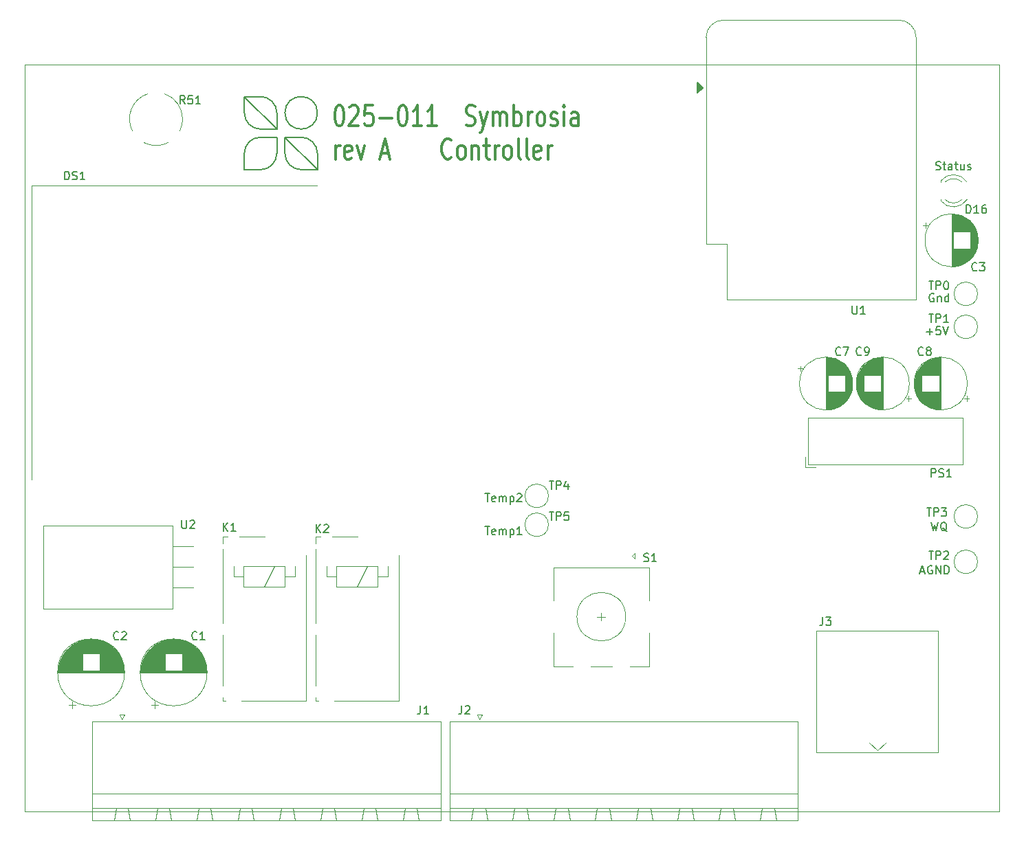
<source format=gbr>
%TF.GenerationSoftware,KiCad,Pcbnew,7.0.7*%
%TF.CreationDate,2023-11-21T19:35:23-10:00*%
%TF.ProjectId,Controller,436f6e74-726f-46c6-9c65-722e6b696361,New*%
%TF.SameCoordinates,Original*%
%TF.FileFunction,Legend,Top*%
%TF.FilePolarity,Positive*%
%FSLAX46Y46*%
G04 Gerber Fmt 4.6, Leading zero omitted, Abs format (unit mm)*
G04 Created by KiCad (PCBNEW 7.0.7) date 2023-11-21 19:35:23*
%MOMM*%
%LPD*%
G01*
G04 APERTURE LIST*
%ADD10C,0.300000*%
%ADD11C,0.150000*%
%ADD12C,0.120000*%
%ADD13C,0.200000*%
%TA.AperFunction,Profile*%
%ADD14C,0.050000*%
%TD*%
G04 APERTURE END LIST*
D10*
X80261796Y-60582752D02*
X80443225Y-60582752D01*
X80443225Y-60582752D02*
X80624653Y-60703704D01*
X80624653Y-60703704D02*
X80715368Y-60824657D01*
X80715368Y-60824657D02*
X80806082Y-61066561D01*
X80806082Y-61066561D02*
X80896796Y-61550371D01*
X80896796Y-61550371D02*
X80896796Y-62155133D01*
X80896796Y-62155133D02*
X80806082Y-62638942D01*
X80806082Y-62638942D02*
X80715368Y-62880847D01*
X80715368Y-62880847D02*
X80624653Y-63001800D01*
X80624653Y-63001800D02*
X80443225Y-63122752D01*
X80443225Y-63122752D02*
X80261796Y-63122752D01*
X80261796Y-63122752D02*
X80080368Y-63001800D01*
X80080368Y-63001800D02*
X79989653Y-62880847D01*
X79989653Y-62880847D02*
X79898939Y-62638942D01*
X79898939Y-62638942D02*
X79808225Y-62155133D01*
X79808225Y-62155133D02*
X79808225Y-61550371D01*
X79808225Y-61550371D02*
X79898939Y-61066561D01*
X79898939Y-61066561D02*
X79989653Y-60824657D01*
X79989653Y-60824657D02*
X80080368Y-60703704D01*
X80080368Y-60703704D02*
X80261796Y-60582752D01*
X81622511Y-60824657D02*
X81713225Y-60703704D01*
X81713225Y-60703704D02*
X81894654Y-60582752D01*
X81894654Y-60582752D02*
X82348225Y-60582752D01*
X82348225Y-60582752D02*
X82529654Y-60703704D01*
X82529654Y-60703704D02*
X82620368Y-60824657D01*
X82620368Y-60824657D02*
X82711082Y-61066561D01*
X82711082Y-61066561D02*
X82711082Y-61308466D01*
X82711082Y-61308466D02*
X82620368Y-61671323D01*
X82620368Y-61671323D02*
X81531796Y-63122752D01*
X81531796Y-63122752D02*
X82711082Y-63122752D01*
X84434654Y-60582752D02*
X83527511Y-60582752D01*
X83527511Y-60582752D02*
X83436797Y-61792276D01*
X83436797Y-61792276D02*
X83527511Y-61671323D01*
X83527511Y-61671323D02*
X83708940Y-61550371D01*
X83708940Y-61550371D02*
X84162511Y-61550371D01*
X84162511Y-61550371D02*
X84343940Y-61671323D01*
X84343940Y-61671323D02*
X84434654Y-61792276D01*
X84434654Y-61792276D02*
X84525368Y-62034180D01*
X84525368Y-62034180D02*
X84525368Y-62638942D01*
X84525368Y-62638942D02*
X84434654Y-62880847D01*
X84434654Y-62880847D02*
X84343940Y-63001800D01*
X84343940Y-63001800D02*
X84162511Y-63122752D01*
X84162511Y-63122752D02*
X83708940Y-63122752D01*
X83708940Y-63122752D02*
X83527511Y-63001800D01*
X83527511Y-63001800D02*
X83436797Y-62880847D01*
X85341797Y-62155133D02*
X86793226Y-62155133D01*
X88063225Y-60582752D02*
X88244654Y-60582752D01*
X88244654Y-60582752D02*
X88426082Y-60703704D01*
X88426082Y-60703704D02*
X88516797Y-60824657D01*
X88516797Y-60824657D02*
X88607511Y-61066561D01*
X88607511Y-61066561D02*
X88698225Y-61550371D01*
X88698225Y-61550371D02*
X88698225Y-62155133D01*
X88698225Y-62155133D02*
X88607511Y-62638942D01*
X88607511Y-62638942D02*
X88516797Y-62880847D01*
X88516797Y-62880847D02*
X88426082Y-63001800D01*
X88426082Y-63001800D02*
X88244654Y-63122752D01*
X88244654Y-63122752D02*
X88063225Y-63122752D01*
X88063225Y-63122752D02*
X87881797Y-63001800D01*
X87881797Y-63001800D02*
X87791082Y-62880847D01*
X87791082Y-62880847D02*
X87700368Y-62638942D01*
X87700368Y-62638942D02*
X87609654Y-62155133D01*
X87609654Y-62155133D02*
X87609654Y-61550371D01*
X87609654Y-61550371D02*
X87700368Y-61066561D01*
X87700368Y-61066561D02*
X87791082Y-60824657D01*
X87791082Y-60824657D02*
X87881797Y-60703704D01*
X87881797Y-60703704D02*
X88063225Y-60582752D01*
X90512511Y-63122752D02*
X89423940Y-63122752D01*
X89968225Y-63122752D02*
X89968225Y-60582752D01*
X89968225Y-60582752D02*
X89786797Y-60945609D01*
X89786797Y-60945609D02*
X89605368Y-61187514D01*
X89605368Y-61187514D02*
X89423940Y-61308466D01*
X92326797Y-63122752D02*
X91238226Y-63122752D01*
X91782511Y-63122752D02*
X91782511Y-60582752D01*
X91782511Y-60582752D02*
X91601083Y-60945609D01*
X91601083Y-60945609D02*
X91419654Y-61187514D01*
X91419654Y-61187514D02*
X91238226Y-61308466D01*
X95955370Y-63001800D02*
X96227513Y-63122752D01*
X96227513Y-63122752D02*
X96681084Y-63122752D01*
X96681084Y-63122752D02*
X96862513Y-63001800D01*
X96862513Y-63001800D02*
X96953227Y-62880847D01*
X96953227Y-62880847D02*
X97043941Y-62638942D01*
X97043941Y-62638942D02*
X97043941Y-62397038D01*
X97043941Y-62397038D02*
X96953227Y-62155133D01*
X96953227Y-62155133D02*
X96862513Y-62034180D01*
X96862513Y-62034180D02*
X96681084Y-61913228D01*
X96681084Y-61913228D02*
X96318227Y-61792276D01*
X96318227Y-61792276D02*
X96136798Y-61671323D01*
X96136798Y-61671323D02*
X96046084Y-61550371D01*
X96046084Y-61550371D02*
X95955370Y-61308466D01*
X95955370Y-61308466D02*
X95955370Y-61066561D01*
X95955370Y-61066561D02*
X96046084Y-60824657D01*
X96046084Y-60824657D02*
X96136798Y-60703704D01*
X96136798Y-60703704D02*
X96318227Y-60582752D01*
X96318227Y-60582752D02*
X96771798Y-60582752D01*
X96771798Y-60582752D02*
X97043941Y-60703704D01*
X97678941Y-61429419D02*
X98132513Y-63122752D01*
X98586084Y-61429419D02*
X98132513Y-63122752D01*
X98132513Y-63122752D02*
X97951084Y-63727514D01*
X97951084Y-63727514D02*
X97860370Y-63848466D01*
X97860370Y-63848466D02*
X97678941Y-63969419D01*
X99311799Y-63122752D02*
X99311799Y-61429419D01*
X99311799Y-61671323D02*
X99402513Y-61550371D01*
X99402513Y-61550371D02*
X99583942Y-61429419D01*
X99583942Y-61429419D02*
X99856085Y-61429419D01*
X99856085Y-61429419D02*
X100037513Y-61550371D01*
X100037513Y-61550371D02*
X100128228Y-61792276D01*
X100128228Y-61792276D02*
X100128228Y-63122752D01*
X100128228Y-61792276D02*
X100218942Y-61550371D01*
X100218942Y-61550371D02*
X100400370Y-61429419D01*
X100400370Y-61429419D02*
X100672513Y-61429419D01*
X100672513Y-61429419D02*
X100853942Y-61550371D01*
X100853942Y-61550371D02*
X100944656Y-61792276D01*
X100944656Y-61792276D02*
X100944656Y-63122752D01*
X101851799Y-63122752D02*
X101851799Y-60582752D01*
X101851799Y-61550371D02*
X102033228Y-61429419D01*
X102033228Y-61429419D02*
X102396085Y-61429419D01*
X102396085Y-61429419D02*
X102577513Y-61550371D01*
X102577513Y-61550371D02*
X102668228Y-61671323D01*
X102668228Y-61671323D02*
X102758942Y-61913228D01*
X102758942Y-61913228D02*
X102758942Y-62638942D01*
X102758942Y-62638942D02*
X102668228Y-62880847D01*
X102668228Y-62880847D02*
X102577513Y-63001800D01*
X102577513Y-63001800D02*
X102396085Y-63122752D01*
X102396085Y-63122752D02*
X102033228Y-63122752D01*
X102033228Y-63122752D02*
X101851799Y-63001800D01*
X103575370Y-63122752D02*
X103575370Y-61429419D01*
X103575370Y-61913228D02*
X103666084Y-61671323D01*
X103666084Y-61671323D02*
X103756799Y-61550371D01*
X103756799Y-61550371D02*
X103938227Y-61429419D01*
X103938227Y-61429419D02*
X104119656Y-61429419D01*
X105026799Y-63122752D02*
X104845370Y-63001800D01*
X104845370Y-63001800D02*
X104754656Y-62880847D01*
X104754656Y-62880847D02*
X104663942Y-62638942D01*
X104663942Y-62638942D02*
X104663942Y-61913228D01*
X104663942Y-61913228D02*
X104754656Y-61671323D01*
X104754656Y-61671323D02*
X104845370Y-61550371D01*
X104845370Y-61550371D02*
X105026799Y-61429419D01*
X105026799Y-61429419D02*
X105298942Y-61429419D01*
X105298942Y-61429419D02*
X105480370Y-61550371D01*
X105480370Y-61550371D02*
X105571085Y-61671323D01*
X105571085Y-61671323D02*
X105661799Y-61913228D01*
X105661799Y-61913228D02*
X105661799Y-62638942D01*
X105661799Y-62638942D02*
X105571085Y-62880847D01*
X105571085Y-62880847D02*
X105480370Y-63001800D01*
X105480370Y-63001800D02*
X105298942Y-63122752D01*
X105298942Y-63122752D02*
X105026799Y-63122752D01*
X106387513Y-63001800D02*
X106568941Y-63122752D01*
X106568941Y-63122752D02*
X106931798Y-63122752D01*
X106931798Y-63122752D02*
X107113227Y-63001800D01*
X107113227Y-63001800D02*
X107203941Y-62759895D01*
X107203941Y-62759895D02*
X107203941Y-62638942D01*
X107203941Y-62638942D02*
X107113227Y-62397038D01*
X107113227Y-62397038D02*
X106931798Y-62276085D01*
X106931798Y-62276085D02*
X106659656Y-62276085D01*
X106659656Y-62276085D02*
X106478227Y-62155133D01*
X106478227Y-62155133D02*
X106387513Y-61913228D01*
X106387513Y-61913228D02*
X106387513Y-61792276D01*
X106387513Y-61792276D02*
X106478227Y-61550371D01*
X106478227Y-61550371D02*
X106659656Y-61429419D01*
X106659656Y-61429419D02*
X106931798Y-61429419D01*
X106931798Y-61429419D02*
X107113227Y-61550371D01*
X108020370Y-63122752D02*
X108020370Y-61429419D01*
X108020370Y-60582752D02*
X107929656Y-60703704D01*
X107929656Y-60703704D02*
X108020370Y-60824657D01*
X108020370Y-60824657D02*
X108111084Y-60703704D01*
X108111084Y-60703704D02*
X108020370Y-60582752D01*
X108020370Y-60582752D02*
X108020370Y-60824657D01*
X109743942Y-63122752D02*
X109743942Y-61792276D01*
X109743942Y-61792276D02*
X109653227Y-61550371D01*
X109653227Y-61550371D02*
X109471799Y-61429419D01*
X109471799Y-61429419D02*
X109108942Y-61429419D01*
X109108942Y-61429419D02*
X108927513Y-61550371D01*
X109743942Y-63001800D02*
X109562513Y-63122752D01*
X109562513Y-63122752D02*
X109108942Y-63122752D01*
X109108942Y-63122752D02*
X108927513Y-63001800D01*
X108927513Y-63001800D02*
X108836799Y-62759895D01*
X108836799Y-62759895D02*
X108836799Y-62517990D01*
X108836799Y-62517990D02*
X108927513Y-62276085D01*
X108927513Y-62276085D02*
X109108942Y-62155133D01*
X109108942Y-62155133D02*
X109562513Y-62155133D01*
X109562513Y-62155133D02*
X109743942Y-62034180D01*
X79898939Y-67212152D02*
X79898939Y-65518819D01*
X79898939Y-66002628D02*
X79989653Y-65760723D01*
X79989653Y-65760723D02*
X80080368Y-65639771D01*
X80080368Y-65639771D02*
X80261796Y-65518819D01*
X80261796Y-65518819D02*
X80443225Y-65518819D01*
X81803939Y-67091200D02*
X81622511Y-67212152D01*
X81622511Y-67212152D02*
X81259654Y-67212152D01*
X81259654Y-67212152D02*
X81078225Y-67091200D01*
X81078225Y-67091200D02*
X80987511Y-66849295D01*
X80987511Y-66849295D02*
X80987511Y-65881676D01*
X80987511Y-65881676D02*
X81078225Y-65639771D01*
X81078225Y-65639771D02*
X81259654Y-65518819D01*
X81259654Y-65518819D02*
X81622511Y-65518819D01*
X81622511Y-65518819D02*
X81803939Y-65639771D01*
X81803939Y-65639771D02*
X81894654Y-65881676D01*
X81894654Y-65881676D02*
X81894654Y-66123580D01*
X81894654Y-66123580D02*
X80987511Y-66365485D01*
X82529653Y-65518819D02*
X82983225Y-67212152D01*
X82983225Y-67212152D02*
X83436796Y-65518819D01*
X85523226Y-66486438D02*
X86430369Y-66486438D01*
X85341797Y-67212152D02*
X85976797Y-64672152D01*
X85976797Y-64672152D02*
X86611797Y-67212152D01*
X94141084Y-66970247D02*
X94050370Y-67091200D01*
X94050370Y-67091200D02*
X93778227Y-67212152D01*
X93778227Y-67212152D02*
X93596799Y-67212152D01*
X93596799Y-67212152D02*
X93324656Y-67091200D01*
X93324656Y-67091200D02*
X93143227Y-66849295D01*
X93143227Y-66849295D02*
X93052513Y-66607390D01*
X93052513Y-66607390D02*
X92961799Y-66123580D01*
X92961799Y-66123580D02*
X92961799Y-65760723D01*
X92961799Y-65760723D02*
X93052513Y-65276914D01*
X93052513Y-65276914D02*
X93143227Y-65035009D01*
X93143227Y-65035009D02*
X93324656Y-64793104D01*
X93324656Y-64793104D02*
X93596799Y-64672152D01*
X93596799Y-64672152D02*
X93778227Y-64672152D01*
X93778227Y-64672152D02*
X94050370Y-64793104D01*
X94050370Y-64793104D02*
X94141084Y-64914057D01*
X95229656Y-67212152D02*
X95048227Y-67091200D01*
X95048227Y-67091200D02*
X94957513Y-66970247D01*
X94957513Y-66970247D02*
X94866799Y-66728342D01*
X94866799Y-66728342D02*
X94866799Y-66002628D01*
X94866799Y-66002628D02*
X94957513Y-65760723D01*
X94957513Y-65760723D02*
X95048227Y-65639771D01*
X95048227Y-65639771D02*
X95229656Y-65518819D01*
X95229656Y-65518819D02*
X95501799Y-65518819D01*
X95501799Y-65518819D02*
X95683227Y-65639771D01*
X95683227Y-65639771D02*
X95773942Y-65760723D01*
X95773942Y-65760723D02*
X95864656Y-66002628D01*
X95864656Y-66002628D02*
X95864656Y-66728342D01*
X95864656Y-66728342D02*
X95773942Y-66970247D01*
X95773942Y-66970247D02*
X95683227Y-67091200D01*
X95683227Y-67091200D02*
X95501799Y-67212152D01*
X95501799Y-67212152D02*
X95229656Y-67212152D01*
X96681084Y-65518819D02*
X96681084Y-67212152D01*
X96681084Y-65760723D02*
X96771798Y-65639771D01*
X96771798Y-65639771D02*
X96953227Y-65518819D01*
X96953227Y-65518819D02*
X97225370Y-65518819D01*
X97225370Y-65518819D02*
X97406798Y-65639771D01*
X97406798Y-65639771D02*
X97497513Y-65881676D01*
X97497513Y-65881676D02*
X97497513Y-67212152D01*
X98132512Y-65518819D02*
X98858226Y-65518819D01*
X98404655Y-64672152D02*
X98404655Y-66849295D01*
X98404655Y-66849295D02*
X98495369Y-67091200D01*
X98495369Y-67091200D02*
X98676798Y-67212152D01*
X98676798Y-67212152D02*
X98858226Y-67212152D01*
X99493226Y-67212152D02*
X99493226Y-65518819D01*
X99493226Y-66002628D02*
X99583940Y-65760723D01*
X99583940Y-65760723D02*
X99674655Y-65639771D01*
X99674655Y-65639771D02*
X99856083Y-65518819D01*
X99856083Y-65518819D02*
X100037512Y-65518819D01*
X100944655Y-67212152D02*
X100763226Y-67091200D01*
X100763226Y-67091200D02*
X100672512Y-66970247D01*
X100672512Y-66970247D02*
X100581798Y-66728342D01*
X100581798Y-66728342D02*
X100581798Y-66002628D01*
X100581798Y-66002628D02*
X100672512Y-65760723D01*
X100672512Y-65760723D02*
X100763226Y-65639771D01*
X100763226Y-65639771D02*
X100944655Y-65518819D01*
X100944655Y-65518819D02*
X101216798Y-65518819D01*
X101216798Y-65518819D02*
X101398226Y-65639771D01*
X101398226Y-65639771D02*
X101488941Y-65760723D01*
X101488941Y-65760723D02*
X101579655Y-66002628D01*
X101579655Y-66002628D02*
X101579655Y-66728342D01*
X101579655Y-66728342D02*
X101488941Y-66970247D01*
X101488941Y-66970247D02*
X101398226Y-67091200D01*
X101398226Y-67091200D02*
X101216798Y-67212152D01*
X101216798Y-67212152D02*
X100944655Y-67212152D01*
X102668226Y-67212152D02*
X102486797Y-67091200D01*
X102486797Y-67091200D02*
X102396083Y-66849295D01*
X102396083Y-66849295D02*
X102396083Y-64672152D01*
X103666083Y-67212152D02*
X103484654Y-67091200D01*
X103484654Y-67091200D02*
X103393940Y-66849295D01*
X103393940Y-66849295D02*
X103393940Y-64672152D01*
X105117511Y-67091200D02*
X104936083Y-67212152D01*
X104936083Y-67212152D02*
X104573226Y-67212152D01*
X104573226Y-67212152D02*
X104391797Y-67091200D01*
X104391797Y-67091200D02*
X104301083Y-66849295D01*
X104301083Y-66849295D02*
X104301083Y-65881676D01*
X104301083Y-65881676D02*
X104391797Y-65639771D01*
X104391797Y-65639771D02*
X104573226Y-65518819D01*
X104573226Y-65518819D02*
X104936083Y-65518819D01*
X104936083Y-65518819D02*
X105117511Y-65639771D01*
X105117511Y-65639771D02*
X105208226Y-65881676D01*
X105208226Y-65881676D02*
X105208226Y-66123580D01*
X105208226Y-66123580D02*
X104301083Y-66365485D01*
X106024654Y-67212152D02*
X106024654Y-65518819D01*
X106024654Y-66002628D02*
X106115368Y-65760723D01*
X106115368Y-65760723D02*
X106206083Y-65639771D01*
X106206083Y-65639771D02*
X106387511Y-65518819D01*
X106387511Y-65518819D02*
X106568940Y-65518819D01*
D11*
X158837333Y-80877580D02*
X158789714Y-80925200D01*
X158789714Y-80925200D02*
X158646857Y-80972819D01*
X158646857Y-80972819D02*
X158551619Y-80972819D01*
X158551619Y-80972819D02*
X158408762Y-80925200D01*
X158408762Y-80925200D02*
X158313524Y-80829961D01*
X158313524Y-80829961D02*
X158265905Y-80734723D01*
X158265905Y-80734723D02*
X158218286Y-80544247D01*
X158218286Y-80544247D02*
X158218286Y-80401390D01*
X158218286Y-80401390D02*
X158265905Y-80210914D01*
X158265905Y-80210914D02*
X158313524Y-80115676D01*
X158313524Y-80115676D02*
X158408762Y-80020438D01*
X158408762Y-80020438D02*
X158551619Y-79972819D01*
X158551619Y-79972819D02*
X158646857Y-79972819D01*
X158646857Y-79972819D02*
X158789714Y-80020438D01*
X158789714Y-80020438D02*
X158837333Y-80068057D01*
X159170667Y-79972819D02*
X159789714Y-79972819D01*
X159789714Y-79972819D02*
X159456381Y-80353771D01*
X159456381Y-80353771D02*
X159599238Y-80353771D01*
X159599238Y-80353771D02*
X159694476Y-80401390D01*
X159694476Y-80401390D02*
X159742095Y-80449009D01*
X159742095Y-80449009D02*
X159789714Y-80544247D01*
X159789714Y-80544247D02*
X159789714Y-80782342D01*
X159789714Y-80782342D02*
X159742095Y-80877580D01*
X159742095Y-80877580D02*
X159694476Y-80925200D01*
X159694476Y-80925200D02*
X159599238Y-80972819D01*
X159599238Y-80972819D02*
X159313524Y-80972819D01*
X159313524Y-80972819D02*
X159218286Y-80925200D01*
X159218286Y-80925200D02*
X159170667Y-80877580D01*
X157535714Y-73860819D02*
X157535714Y-72860819D01*
X157535714Y-72860819D02*
X157773809Y-72860819D01*
X157773809Y-72860819D02*
X157916666Y-72908438D01*
X157916666Y-72908438D02*
X158011904Y-73003676D01*
X158011904Y-73003676D02*
X158059523Y-73098914D01*
X158059523Y-73098914D02*
X158107142Y-73289390D01*
X158107142Y-73289390D02*
X158107142Y-73432247D01*
X158107142Y-73432247D02*
X158059523Y-73622723D01*
X158059523Y-73622723D02*
X158011904Y-73717961D01*
X158011904Y-73717961D02*
X157916666Y-73813200D01*
X157916666Y-73813200D02*
X157773809Y-73860819D01*
X157773809Y-73860819D02*
X157535714Y-73860819D01*
X159059523Y-73860819D02*
X158488095Y-73860819D01*
X158773809Y-73860819D02*
X158773809Y-72860819D01*
X158773809Y-72860819D02*
X158678571Y-73003676D01*
X158678571Y-73003676D02*
X158583333Y-73098914D01*
X158583333Y-73098914D02*
X158488095Y-73146533D01*
X159916666Y-72860819D02*
X159726190Y-72860819D01*
X159726190Y-72860819D02*
X159630952Y-72908438D01*
X159630952Y-72908438D02*
X159583333Y-72956057D01*
X159583333Y-72956057D02*
X159488095Y-73098914D01*
X159488095Y-73098914D02*
X159440476Y-73289390D01*
X159440476Y-73289390D02*
X159440476Y-73670342D01*
X159440476Y-73670342D02*
X159488095Y-73765580D01*
X159488095Y-73765580D02*
X159535714Y-73813200D01*
X159535714Y-73813200D02*
X159630952Y-73860819D01*
X159630952Y-73860819D02*
X159821428Y-73860819D01*
X159821428Y-73860819D02*
X159916666Y-73813200D01*
X159916666Y-73813200D02*
X159964285Y-73765580D01*
X159964285Y-73765580D02*
X160011904Y-73670342D01*
X160011904Y-73670342D02*
X160011904Y-73432247D01*
X160011904Y-73432247D02*
X159964285Y-73337009D01*
X159964285Y-73337009D02*
X159916666Y-73289390D01*
X159916666Y-73289390D02*
X159821428Y-73241771D01*
X159821428Y-73241771D02*
X159630952Y-73241771D01*
X159630952Y-73241771D02*
X159535714Y-73289390D01*
X159535714Y-73289390D02*
X159488095Y-73337009D01*
X159488095Y-73337009D02*
X159440476Y-73432247D01*
X153789333Y-68479200D02*
X153932190Y-68526819D01*
X153932190Y-68526819D02*
X154170285Y-68526819D01*
X154170285Y-68526819D02*
X154265523Y-68479200D01*
X154265523Y-68479200D02*
X154313142Y-68431580D01*
X154313142Y-68431580D02*
X154360761Y-68336342D01*
X154360761Y-68336342D02*
X154360761Y-68241104D01*
X154360761Y-68241104D02*
X154313142Y-68145866D01*
X154313142Y-68145866D02*
X154265523Y-68098247D01*
X154265523Y-68098247D02*
X154170285Y-68050628D01*
X154170285Y-68050628D02*
X153979809Y-68003009D01*
X153979809Y-68003009D02*
X153884571Y-67955390D01*
X153884571Y-67955390D02*
X153836952Y-67907771D01*
X153836952Y-67907771D02*
X153789333Y-67812533D01*
X153789333Y-67812533D02*
X153789333Y-67717295D01*
X153789333Y-67717295D02*
X153836952Y-67622057D01*
X153836952Y-67622057D02*
X153884571Y-67574438D01*
X153884571Y-67574438D02*
X153979809Y-67526819D01*
X153979809Y-67526819D02*
X154217904Y-67526819D01*
X154217904Y-67526819D02*
X154360761Y-67574438D01*
X154646476Y-67860152D02*
X155027428Y-67860152D01*
X154789333Y-67526819D02*
X154789333Y-68383961D01*
X154789333Y-68383961D02*
X154836952Y-68479200D01*
X154836952Y-68479200D02*
X154932190Y-68526819D01*
X154932190Y-68526819D02*
X155027428Y-68526819D01*
X155789333Y-68526819D02*
X155789333Y-68003009D01*
X155789333Y-68003009D02*
X155741714Y-67907771D01*
X155741714Y-67907771D02*
X155646476Y-67860152D01*
X155646476Y-67860152D02*
X155456000Y-67860152D01*
X155456000Y-67860152D02*
X155360762Y-67907771D01*
X155789333Y-68479200D02*
X155694095Y-68526819D01*
X155694095Y-68526819D02*
X155456000Y-68526819D01*
X155456000Y-68526819D02*
X155360762Y-68479200D01*
X155360762Y-68479200D02*
X155313143Y-68383961D01*
X155313143Y-68383961D02*
X155313143Y-68288723D01*
X155313143Y-68288723D02*
X155360762Y-68193485D01*
X155360762Y-68193485D02*
X155456000Y-68145866D01*
X155456000Y-68145866D02*
X155694095Y-68145866D01*
X155694095Y-68145866D02*
X155789333Y-68098247D01*
X156122667Y-67860152D02*
X156503619Y-67860152D01*
X156265524Y-67526819D02*
X156265524Y-68383961D01*
X156265524Y-68383961D02*
X156313143Y-68479200D01*
X156313143Y-68479200D02*
X156408381Y-68526819D01*
X156408381Y-68526819D02*
X156503619Y-68526819D01*
X157265524Y-67860152D02*
X157265524Y-68526819D01*
X156836953Y-67860152D02*
X156836953Y-68383961D01*
X156836953Y-68383961D02*
X156884572Y-68479200D01*
X156884572Y-68479200D02*
X156979810Y-68526819D01*
X156979810Y-68526819D02*
X157122667Y-68526819D01*
X157122667Y-68526819D02*
X157217905Y-68479200D01*
X157217905Y-68479200D02*
X157265524Y-68431580D01*
X157694096Y-68479200D02*
X157789334Y-68526819D01*
X157789334Y-68526819D02*
X157979810Y-68526819D01*
X157979810Y-68526819D02*
X158075048Y-68479200D01*
X158075048Y-68479200D02*
X158122667Y-68383961D01*
X158122667Y-68383961D02*
X158122667Y-68336342D01*
X158122667Y-68336342D02*
X158075048Y-68241104D01*
X158075048Y-68241104D02*
X157979810Y-68193485D01*
X157979810Y-68193485D02*
X157836953Y-68193485D01*
X157836953Y-68193485D02*
X157741715Y-68145866D01*
X157741715Y-68145866D02*
X157694096Y-68050628D01*
X157694096Y-68050628D02*
X157694096Y-68003009D01*
X157694096Y-68003009D02*
X157741715Y-67907771D01*
X157741715Y-67907771D02*
X157836953Y-67860152D01*
X157836953Y-67860152D02*
X157979810Y-67860152D01*
X157979810Y-67860152D02*
X158075048Y-67907771D01*
X152916095Y-115532819D02*
X153487523Y-115532819D01*
X153201809Y-116532819D02*
X153201809Y-115532819D01*
X153820857Y-116532819D02*
X153820857Y-115532819D01*
X153820857Y-115532819D02*
X154201809Y-115532819D01*
X154201809Y-115532819D02*
X154297047Y-115580438D01*
X154297047Y-115580438D02*
X154344666Y-115628057D01*
X154344666Y-115628057D02*
X154392285Y-115723295D01*
X154392285Y-115723295D02*
X154392285Y-115866152D01*
X154392285Y-115866152D02*
X154344666Y-115961390D01*
X154344666Y-115961390D02*
X154297047Y-116009009D01*
X154297047Y-116009009D02*
X154201809Y-116056628D01*
X154201809Y-116056628D02*
X153820857Y-116056628D01*
X154773238Y-115628057D02*
X154820857Y-115580438D01*
X154820857Y-115580438D02*
X154916095Y-115532819D01*
X154916095Y-115532819D02*
X155154190Y-115532819D01*
X155154190Y-115532819D02*
X155249428Y-115580438D01*
X155249428Y-115580438D02*
X155297047Y-115628057D01*
X155297047Y-115628057D02*
X155344666Y-115723295D01*
X155344666Y-115723295D02*
X155344666Y-115818533D01*
X155344666Y-115818533D02*
X155297047Y-115961390D01*
X155297047Y-115961390D02*
X154725619Y-116532819D01*
X154725619Y-116532819D02*
X155344666Y-116532819D01*
X151908095Y-118025104D02*
X152384285Y-118025104D01*
X151812857Y-118310819D02*
X152146190Y-117310819D01*
X152146190Y-117310819D02*
X152479523Y-118310819D01*
X153336666Y-117358438D02*
X153241428Y-117310819D01*
X153241428Y-117310819D02*
X153098571Y-117310819D01*
X153098571Y-117310819D02*
X152955714Y-117358438D01*
X152955714Y-117358438D02*
X152860476Y-117453676D01*
X152860476Y-117453676D02*
X152812857Y-117548914D01*
X152812857Y-117548914D02*
X152765238Y-117739390D01*
X152765238Y-117739390D02*
X152765238Y-117882247D01*
X152765238Y-117882247D02*
X152812857Y-118072723D01*
X152812857Y-118072723D02*
X152860476Y-118167961D01*
X152860476Y-118167961D02*
X152955714Y-118263200D01*
X152955714Y-118263200D02*
X153098571Y-118310819D01*
X153098571Y-118310819D02*
X153193809Y-118310819D01*
X153193809Y-118310819D02*
X153336666Y-118263200D01*
X153336666Y-118263200D02*
X153384285Y-118215580D01*
X153384285Y-118215580D02*
X153384285Y-117882247D01*
X153384285Y-117882247D02*
X153193809Y-117882247D01*
X153812857Y-118310819D02*
X153812857Y-117310819D01*
X153812857Y-117310819D02*
X154384285Y-118310819D01*
X154384285Y-118310819D02*
X154384285Y-117310819D01*
X154860476Y-118310819D02*
X154860476Y-117310819D01*
X154860476Y-117310819D02*
X155098571Y-117310819D01*
X155098571Y-117310819D02*
X155241428Y-117358438D01*
X155241428Y-117358438D02*
X155336666Y-117453676D01*
X155336666Y-117453676D02*
X155384285Y-117548914D01*
X155384285Y-117548914D02*
X155431904Y-117739390D01*
X155431904Y-117739390D02*
X155431904Y-117882247D01*
X155431904Y-117882247D02*
X155384285Y-118072723D01*
X155384285Y-118072723D02*
X155336666Y-118167961D01*
X155336666Y-118167961D02*
X155241428Y-118263200D01*
X155241428Y-118263200D02*
X155098571Y-118310819D01*
X155098571Y-118310819D02*
X154860476Y-118310819D01*
X106180095Y-106896819D02*
X106751523Y-106896819D01*
X106465809Y-107896819D02*
X106465809Y-106896819D01*
X107084857Y-107896819D02*
X107084857Y-106896819D01*
X107084857Y-106896819D02*
X107465809Y-106896819D01*
X107465809Y-106896819D02*
X107561047Y-106944438D01*
X107561047Y-106944438D02*
X107608666Y-106992057D01*
X107608666Y-106992057D02*
X107656285Y-107087295D01*
X107656285Y-107087295D02*
X107656285Y-107230152D01*
X107656285Y-107230152D02*
X107608666Y-107325390D01*
X107608666Y-107325390D02*
X107561047Y-107373009D01*
X107561047Y-107373009D02*
X107465809Y-107420628D01*
X107465809Y-107420628D02*
X107084857Y-107420628D01*
X108513428Y-107230152D02*
X108513428Y-107896819D01*
X108275333Y-106849200D02*
X108037238Y-107563485D01*
X108037238Y-107563485D02*
X108656285Y-107563485D01*
X98274476Y-108420819D02*
X98845904Y-108420819D01*
X98560190Y-109420819D02*
X98560190Y-108420819D01*
X99560190Y-109373200D02*
X99464952Y-109420819D01*
X99464952Y-109420819D02*
X99274476Y-109420819D01*
X99274476Y-109420819D02*
X99179238Y-109373200D01*
X99179238Y-109373200D02*
X99131619Y-109277961D01*
X99131619Y-109277961D02*
X99131619Y-108897009D01*
X99131619Y-108897009D02*
X99179238Y-108801771D01*
X99179238Y-108801771D02*
X99274476Y-108754152D01*
X99274476Y-108754152D02*
X99464952Y-108754152D01*
X99464952Y-108754152D02*
X99560190Y-108801771D01*
X99560190Y-108801771D02*
X99607809Y-108897009D01*
X99607809Y-108897009D02*
X99607809Y-108992247D01*
X99607809Y-108992247D02*
X99131619Y-109087485D01*
X100036381Y-109420819D02*
X100036381Y-108754152D01*
X100036381Y-108849390D02*
X100084000Y-108801771D01*
X100084000Y-108801771D02*
X100179238Y-108754152D01*
X100179238Y-108754152D02*
X100322095Y-108754152D01*
X100322095Y-108754152D02*
X100417333Y-108801771D01*
X100417333Y-108801771D02*
X100464952Y-108897009D01*
X100464952Y-108897009D02*
X100464952Y-109420819D01*
X100464952Y-108897009D02*
X100512571Y-108801771D01*
X100512571Y-108801771D02*
X100607809Y-108754152D01*
X100607809Y-108754152D02*
X100750666Y-108754152D01*
X100750666Y-108754152D02*
X100845905Y-108801771D01*
X100845905Y-108801771D02*
X100893524Y-108897009D01*
X100893524Y-108897009D02*
X100893524Y-109420819D01*
X101369714Y-108754152D02*
X101369714Y-109754152D01*
X101369714Y-108801771D02*
X101464952Y-108754152D01*
X101464952Y-108754152D02*
X101655428Y-108754152D01*
X101655428Y-108754152D02*
X101750666Y-108801771D01*
X101750666Y-108801771D02*
X101798285Y-108849390D01*
X101798285Y-108849390D02*
X101845904Y-108944628D01*
X101845904Y-108944628D02*
X101845904Y-109230342D01*
X101845904Y-109230342D02*
X101798285Y-109325580D01*
X101798285Y-109325580D02*
X101750666Y-109373200D01*
X101750666Y-109373200D02*
X101655428Y-109420819D01*
X101655428Y-109420819D02*
X101464952Y-109420819D01*
X101464952Y-109420819D02*
X101369714Y-109373200D01*
X102226857Y-108516057D02*
X102274476Y-108468438D01*
X102274476Y-108468438D02*
X102369714Y-108420819D01*
X102369714Y-108420819D02*
X102607809Y-108420819D01*
X102607809Y-108420819D02*
X102703047Y-108468438D01*
X102703047Y-108468438D02*
X102750666Y-108516057D01*
X102750666Y-108516057D02*
X102798285Y-108611295D01*
X102798285Y-108611295D02*
X102798285Y-108706533D01*
X102798285Y-108706533D02*
X102750666Y-108849390D01*
X102750666Y-108849390D02*
X102179238Y-109420819D01*
X102179238Y-109420819D02*
X102798285Y-109420819D01*
X152916095Y-86322819D02*
X153487523Y-86322819D01*
X153201809Y-87322819D02*
X153201809Y-86322819D01*
X153820857Y-87322819D02*
X153820857Y-86322819D01*
X153820857Y-86322819D02*
X154201809Y-86322819D01*
X154201809Y-86322819D02*
X154297047Y-86370438D01*
X154297047Y-86370438D02*
X154344666Y-86418057D01*
X154344666Y-86418057D02*
X154392285Y-86513295D01*
X154392285Y-86513295D02*
X154392285Y-86656152D01*
X154392285Y-86656152D02*
X154344666Y-86751390D01*
X154344666Y-86751390D02*
X154297047Y-86799009D01*
X154297047Y-86799009D02*
X154201809Y-86846628D01*
X154201809Y-86846628D02*
X153820857Y-86846628D01*
X155344666Y-87322819D02*
X154773238Y-87322819D01*
X155058952Y-87322819D02*
X155058952Y-86322819D01*
X155058952Y-86322819D02*
X154963714Y-86465676D01*
X154963714Y-86465676D02*
X154868476Y-86560914D01*
X154868476Y-86560914D02*
X154773238Y-86608533D01*
X152638286Y-88465866D02*
X153400191Y-88465866D01*
X153019238Y-88846819D02*
X153019238Y-88084914D01*
X154352571Y-87846819D02*
X153876381Y-87846819D01*
X153876381Y-87846819D02*
X153828762Y-88323009D01*
X153828762Y-88323009D02*
X153876381Y-88275390D01*
X153876381Y-88275390D02*
X153971619Y-88227771D01*
X153971619Y-88227771D02*
X154209714Y-88227771D01*
X154209714Y-88227771D02*
X154304952Y-88275390D01*
X154304952Y-88275390D02*
X154352571Y-88323009D01*
X154352571Y-88323009D02*
X154400190Y-88418247D01*
X154400190Y-88418247D02*
X154400190Y-88656342D01*
X154400190Y-88656342D02*
X154352571Y-88751580D01*
X154352571Y-88751580D02*
X154304952Y-88799200D01*
X154304952Y-88799200D02*
X154209714Y-88846819D01*
X154209714Y-88846819D02*
X153971619Y-88846819D01*
X153971619Y-88846819D02*
X153876381Y-88799200D01*
X153876381Y-88799200D02*
X153828762Y-88751580D01*
X154685905Y-87846819D02*
X155019238Y-88846819D01*
X155019238Y-88846819D02*
X155352571Y-87846819D01*
X152662095Y-110198819D02*
X153233523Y-110198819D01*
X152947809Y-111198819D02*
X152947809Y-110198819D01*
X153566857Y-111198819D02*
X153566857Y-110198819D01*
X153566857Y-110198819D02*
X153947809Y-110198819D01*
X153947809Y-110198819D02*
X154043047Y-110246438D01*
X154043047Y-110246438D02*
X154090666Y-110294057D01*
X154090666Y-110294057D02*
X154138285Y-110389295D01*
X154138285Y-110389295D02*
X154138285Y-110532152D01*
X154138285Y-110532152D02*
X154090666Y-110627390D01*
X154090666Y-110627390D02*
X154043047Y-110675009D01*
X154043047Y-110675009D02*
X153947809Y-110722628D01*
X153947809Y-110722628D02*
X153566857Y-110722628D01*
X154471619Y-110198819D02*
X155090666Y-110198819D01*
X155090666Y-110198819D02*
X154757333Y-110579771D01*
X154757333Y-110579771D02*
X154900190Y-110579771D01*
X154900190Y-110579771D02*
X154995428Y-110627390D01*
X154995428Y-110627390D02*
X155043047Y-110675009D01*
X155043047Y-110675009D02*
X155090666Y-110770247D01*
X155090666Y-110770247D02*
X155090666Y-111008342D01*
X155090666Y-111008342D02*
X155043047Y-111103580D01*
X155043047Y-111103580D02*
X154995428Y-111151200D01*
X154995428Y-111151200D02*
X154900190Y-111198819D01*
X154900190Y-111198819D02*
X154614476Y-111198819D01*
X154614476Y-111198819D02*
X154519238Y-111151200D01*
X154519238Y-111151200D02*
X154471619Y-111103580D01*
X153225619Y-111976819D02*
X153463714Y-112976819D01*
X153463714Y-112976819D02*
X153654190Y-112262533D01*
X153654190Y-112262533D02*
X153844666Y-112976819D01*
X153844666Y-112976819D02*
X154082762Y-111976819D01*
X155130380Y-113072057D02*
X155035142Y-113024438D01*
X155035142Y-113024438D02*
X154939904Y-112929200D01*
X154939904Y-112929200D02*
X154797047Y-112786342D01*
X154797047Y-112786342D02*
X154701809Y-112738723D01*
X154701809Y-112738723D02*
X154606571Y-112738723D01*
X154654190Y-112976819D02*
X154558952Y-112929200D01*
X154558952Y-112929200D02*
X154463714Y-112833961D01*
X154463714Y-112833961D02*
X154416095Y-112643485D01*
X154416095Y-112643485D02*
X154416095Y-112310152D01*
X154416095Y-112310152D02*
X154463714Y-112119676D01*
X154463714Y-112119676D02*
X154558952Y-112024438D01*
X154558952Y-112024438D02*
X154654190Y-111976819D01*
X154654190Y-111976819D02*
X154844666Y-111976819D01*
X154844666Y-111976819D02*
X154939904Y-112024438D01*
X154939904Y-112024438D02*
X155035142Y-112119676D01*
X155035142Y-112119676D02*
X155082761Y-112310152D01*
X155082761Y-112310152D02*
X155082761Y-112643485D01*
X155082761Y-112643485D02*
X155035142Y-112833961D01*
X155035142Y-112833961D02*
X154939904Y-112929200D01*
X154939904Y-112929200D02*
X154844666Y-112976819D01*
X154844666Y-112976819D02*
X154654190Y-112976819D01*
X106180095Y-110706819D02*
X106751523Y-110706819D01*
X106465809Y-111706819D02*
X106465809Y-110706819D01*
X107084857Y-111706819D02*
X107084857Y-110706819D01*
X107084857Y-110706819D02*
X107465809Y-110706819D01*
X107465809Y-110706819D02*
X107561047Y-110754438D01*
X107561047Y-110754438D02*
X107608666Y-110802057D01*
X107608666Y-110802057D02*
X107656285Y-110897295D01*
X107656285Y-110897295D02*
X107656285Y-111040152D01*
X107656285Y-111040152D02*
X107608666Y-111135390D01*
X107608666Y-111135390D02*
X107561047Y-111183009D01*
X107561047Y-111183009D02*
X107465809Y-111230628D01*
X107465809Y-111230628D02*
X107084857Y-111230628D01*
X108561047Y-110706819D02*
X108084857Y-110706819D01*
X108084857Y-110706819D02*
X108037238Y-111183009D01*
X108037238Y-111183009D02*
X108084857Y-111135390D01*
X108084857Y-111135390D02*
X108180095Y-111087771D01*
X108180095Y-111087771D02*
X108418190Y-111087771D01*
X108418190Y-111087771D02*
X108513428Y-111135390D01*
X108513428Y-111135390D02*
X108561047Y-111183009D01*
X108561047Y-111183009D02*
X108608666Y-111278247D01*
X108608666Y-111278247D02*
X108608666Y-111516342D01*
X108608666Y-111516342D02*
X108561047Y-111611580D01*
X108561047Y-111611580D02*
X108513428Y-111659200D01*
X108513428Y-111659200D02*
X108418190Y-111706819D01*
X108418190Y-111706819D02*
X108180095Y-111706819D01*
X108180095Y-111706819D02*
X108084857Y-111659200D01*
X108084857Y-111659200D02*
X108037238Y-111611580D01*
X98274476Y-112484819D02*
X98845904Y-112484819D01*
X98560190Y-113484819D02*
X98560190Y-112484819D01*
X99560190Y-113437200D02*
X99464952Y-113484819D01*
X99464952Y-113484819D02*
X99274476Y-113484819D01*
X99274476Y-113484819D02*
X99179238Y-113437200D01*
X99179238Y-113437200D02*
X99131619Y-113341961D01*
X99131619Y-113341961D02*
X99131619Y-112961009D01*
X99131619Y-112961009D02*
X99179238Y-112865771D01*
X99179238Y-112865771D02*
X99274476Y-112818152D01*
X99274476Y-112818152D02*
X99464952Y-112818152D01*
X99464952Y-112818152D02*
X99560190Y-112865771D01*
X99560190Y-112865771D02*
X99607809Y-112961009D01*
X99607809Y-112961009D02*
X99607809Y-113056247D01*
X99607809Y-113056247D02*
X99131619Y-113151485D01*
X100036381Y-113484819D02*
X100036381Y-112818152D01*
X100036381Y-112913390D02*
X100084000Y-112865771D01*
X100084000Y-112865771D02*
X100179238Y-112818152D01*
X100179238Y-112818152D02*
X100322095Y-112818152D01*
X100322095Y-112818152D02*
X100417333Y-112865771D01*
X100417333Y-112865771D02*
X100464952Y-112961009D01*
X100464952Y-112961009D02*
X100464952Y-113484819D01*
X100464952Y-112961009D02*
X100512571Y-112865771D01*
X100512571Y-112865771D02*
X100607809Y-112818152D01*
X100607809Y-112818152D02*
X100750666Y-112818152D01*
X100750666Y-112818152D02*
X100845905Y-112865771D01*
X100845905Y-112865771D02*
X100893524Y-112961009D01*
X100893524Y-112961009D02*
X100893524Y-113484819D01*
X101369714Y-112818152D02*
X101369714Y-113818152D01*
X101369714Y-112865771D02*
X101464952Y-112818152D01*
X101464952Y-112818152D02*
X101655428Y-112818152D01*
X101655428Y-112818152D02*
X101750666Y-112865771D01*
X101750666Y-112865771D02*
X101798285Y-112913390D01*
X101798285Y-112913390D02*
X101845904Y-113008628D01*
X101845904Y-113008628D02*
X101845904Y-113294342D01*
X101845904Y-113294342D02*
X101798285Y-113389580D01*
X101798285Y-113389580D02*
X101750666Y-113437200D01*
X101750666Y-113437200D02*
X101655428Y-113484819D01*
X101655428Y-113484819D02*
X101464952Y-113484819D01*
X101464952Y-113484819D02*
X101369714Y-113437200D01*
X102798285Y-113484819D02*
X102226857Y-113484819D01*
X102512571Y-113484819D02*
X102512571Y-112484819D01*
X102512571Y-112484819D02*
X102417333Y-112627676D01*
X102417333Y-112627676D02*
X102322095Y-112722914D01*
X102322095Y-112722914D02*
X102226857Y-112770533D01*
X152916095Y-82258819D02*
X153487523Y-82258819D01*
X153201809Y-83258819D02*
X153201809Y-82258819D01*
X153820857Y-83258819D02*
X153820857Y-82258819D01*
X153820857Y-82258819D02*
X154201809Y-82258819D01*
X154201809Y-82258819D02*
X154297047Y-82306438D01*
X154297047Y-82306438D02*
X154344666Y-82354057D01*
X154344666Y-82354057D02*
X154392285Y-82449295D01*
X154392285Y-82449295D02*
X154392285Y-82592152D01*
X154392285Y-82592152D02*
X154344666Y-82687390D01*
X154344666Y-82687390D02*
X154297047Y-82735009D01*
X154297047Y-82735009D02*
X154201809Y-82782628D01*
X154201809Y-82782628D02*
X153820857Y-82782628D01*
X155011333Y-82258819D02*
X155106571Y-82258819D01*
X155106571Y-82258819D02*
X155201809Y-82306438D01*
X155201809Y-82306438D02*
X155249428Y-82354057D01*
X155249428Y-82354057D02*
X155297047Y-82449295D01*
X155297047Y-82449295D02*
X155344666Y-82639771D01*
X155344666Y-82639771D02*
X155344666Y-82877866D01*
X155344666Y-82877866D02*
X155297047Y-83068342D01*
X155297047Y-83068342D02*
X155249428Y-83163580D01*
X155249428Y-83163580D02*
X155201809Y-83211200D01*
X155201809Y-83211200D02*
X155106571Y-83258819D01*
X155106571Y-83258819D02*
X155011333Y-83258819D01*
X155011333Y-83258819D02*
X154916095Y-83211200D01*
X154916095Y-83211200D02*
X154868476Y-83163580D01*
X154868476Y-83163580D02*
X154820857Y-83068342D01*
X154820857Y-83068342D02*
X154773238Y-82877866D01*
X154773238Y-82877866D02*
X154773238Y-82639771D01*
X154773238Y-82639771D02*
X154820857Y-82449295D01*
X154820857Y-82449295D02*
X154868476Y-82354057D01*
X154868476Y-82354057D02*
X154916095Y-82306438D01*
X154916095Y-82306438D02*
X155011333Y-82258819D01*
X153535142Y-83830438D02*
X153439904Y-83782819D01*
X153439904Y-83782819D02*
X153297047Y-83782819D01*
X153297047Y-83782819D02*
X153154190Y-83830438D01*
X153154190Y-83830438D02*
X153058952Y-83925676D01*
X153058952Y-83925676D02*
X153011333Y-84020914D01*
X153011333Y-84020914D02*
X152963714Y-84211390D01*
X152963714Y-84211390D02*
X152963714Y-84354247D01*
X152963714Y-84354247D02*
X153011333Y-84544723D01*
X153011333Y-84544723D02*
X153058952Y-84639961D01*
X153058952Y-84639961D02*
X153154190Y-84735200D01*
X153154190Y-84735200D02*
X153297047Y-84782819D01*
X153297047Y-84782819D02*
X153392285Y-84782819D01*
X153392285Y-84782819D02*
X153535142Y-84735200D01*
X153535142Y-84735200D02*
X153582761Y-84687580D01*
X153582761Y-84687580D02*
X153582761Y-84354247D01*
X153582761Y-84354247D02*
X153392285Y-84354247D01*
X154011333Y-84116152D02*
X154011333Y-84782819D01*
X154011333Y-84211390D02*
X154058952Y-84163771D01*
X154058952Y-84163771D02*
X154154190Y-84116152D01*
X154154190Y-84116152D02*
X154297047Y-84116152D01*
X154297047Y-84116152D02*
X154392285Y-84163771D01*
X154392285Y-84163771D02*
X154439904Y-84259009D01*
X154439904Y-84259009D02*
X154439904Y-84782819D01*
X155344666Y-84782819D02*
X155344666Y-83782819D01*
X155344666Y-84735200D02*
X155249428Y-84782819D01*
X155249428Y-84782819D02*
X155058952Y-84782819D01*
X155058952Y-84782819D02*
X154963714Y-84735200D01*
X154963714Y-84735200D02*
X154916095Y-84687580D01*
X154916095Y-84687580D02*
X154868476Y-84592342D01*
X154868476Y-84592342D02*
X154868476Y-84306628D01*
X154868476Y-84306628D02*
X154916095Y-84211390D01*
X154916095Y-84211390D02*
X154963714Y-84163771D01*
X154963714Y-84163771D02*
X155058952Y-84116152D01*
X155058952Y-84116152D02*
X155249428Y-84116152D01*
X155249428Y-84116152D02*
X155344666Y-84163771D01*
X66063905Y-113027619D02*
X66063905Y-112027619D01*
X66635333Y-113027619D02*
X66206762Y-112456190D01*
X66635333Y-112027619D02*
X66063905Y-112599047D01*
X67587714Y-113027619D02*
X67016286Y-113027619D01*
X67302000Y-113027619D02*
X67302000Y-112027619D01*
X67302000Y-112027619D02*
X67206762Y-112170476D01*
X67206762Y-112170476D02*
X67111524Y-112265714D01*
X67111524Y-112265714D02*
X67016286Y-112313333D01*
X77493905Y-113230819D02*
X77493905Y-112230819D01*
X78065333Y-113230819D02*
X77636762Y-112659390D01*
X78065333Y-112230819D02*
X77493905Y-112802247D01*
X78446286Y-112326057D02*
X78493905Y-112278438D01*
X78493905Y-112278438D02*
X78589143Y-112230819D01*
X78589143Y-112230819D02*
X78827238Y-112230819D01*
X78827238Y-112230819D02*
X78922476Y-112278438D01*
X78922476Y-112278438D02*
X78970095Y-112326057D01*
X78970095Y-112326057D02*
X79017714Y-112421295D01*
X79017714Y-112421295D02*
X79017714Y-112516533D01*
X79017714Y-112516533D02*
X78970095Y-112659390D01*
X78970095Y-112659390D02*
X78398667Y-113230819D01*
X78398667Y-113230819D02*
X79017714Y-113230819D01*
X60960095Y-111722819D02*
X60960095Y-112532342D01*
X60960095Y-112532342D02*
X61007714Y-112627580D01*
X61007714Y-112627580D02*
X61055333Y-112675200D01*
X61055333Y-112675200D02*
X61150571Y-112722819D01*
X61150571Y-112722819D02*
X61341047Y-112722819D01*
X61341047Y-112722819D02*
X61436285Y-112675200D01*
X61436285Y-112675200D02*
X61483904Y-112627580D01*
X61483904Y-112627580D02*
X61531523Y-112532342D01*
X61531523Y-112532342D02*
X61531523Y-111722819D01*
X61960095Y-111818057D02*
X62007714Y-111770438D01*
X62007714Y-111770438D02*
X62102952Y-111722819D01*
X62102952Y-111722819D02*
X62341047Y-111722819D01*
X62341047Y-111722819D02*
X62436285Y-111770438D01*
X62436285Y-111770438D02*
X62483904Y-111818057D01*
X62483904Y-111818057D02*
X62531523Y-111913295D01*
X62531523Y-111913295D02*
X62531523Y-112008533D01*
X62531523Y-112008533D02*
X62483904Y-112151390D01*
X62483904Y-112151390D02*
X61912476Y-112722819D01*
X61912476Y-112722819D02*
X62531523Y-112722819D01*
X139874666Y-123660819D02*
X139874666Y-124375104D01*
X139874666Y-124375104D02*
X139827047Y-124517961D01*
X139827047Y-124517961D02*
X139731809Y-124613200D01*
X139731809Y-124613200D02*
X139588952Y-124660819D01*
X139588952Y-124660819D02*
X139493714Y-124660819D01*
X140255619Y-123660819D02*
X140874666Y-123660819D01*
X140874666Y-123660819D02*
X140541333Y-124041771D01*
X140541333Y-124041771D02*
X140684190Y-124041771D01*
X140684190Y-124041771D02*
X140779428Y-124089390D01*
X140779428Y-124089390D02*
X140827047Y-124137009D01*
X140827047Y-124137009D02*
X140874666Y-124232247D01*
X140874666Y-124232247D02*
X140874666Y-124470342D01*
X140874666Y-124470342D02*
X140827047Y-124565580D01*
X140827047Y-124565580D02*
X140779428Y-124613200D01*
X140779428Y-124613200D02*
X140684190Y-124660819D01*
X140684190Y-124660819D02*
X140398476Y-124660819D01*
X140398476Y-124660819D02*
X140303238Y-124613200D01*
X140303238Y-124613200D02*
X140255619Y-124565580D01*
X90344666Y-134582819D02*
X90344666Y-135297104D01*
X90344666Y-135297104D02*
X90297047Y-135439961D01*
X90297047Y-135439961D02*
X90201809Y-135535200D01*
X90201809Y-135535200D02*
X90058952Y-135582819D01*
X90058952Y-135582819D02*
X89963714Y-135582819D01*
X91344666Y-135582819D02*
X90773238Y-135582819D01*
X91058952Y-135582819D02*
X91058952Y-134582819D01*
X91058952Y-134582819D02*
X90963714Y-134725676D01*
X90963714Y-134725676D02*
X90868476Y-134820914D01*
X90868476Y-134820914D02*
X90773238Y-134868533D01*
X95424666Y-134582819D02*
X95424666Y-135297104D01*
X95424666Y-135297104D02*
X95377047Y-135439961D01*
X95377047Y-135439961D02*
X95281809Y-135535200D01*
X95281809Y-135535200D02*
X95138952Y-135582819D01*
X95138952Y-135582819D02*
X95043714Y-135582819D01*
X95853238Y-134678057D02*
X95900857Y-134630438D01*
X95900857Y-134630438D02*
X95996095Y-134582819D01*
X95996095Y-134582819D02*
X96234190Y-134582819D01*
X96234190Y-134582819D02*
X96329428Y-134630438D01*
X96329428Y-134630438D02*
X96377047Y-134678057D01*
X96377047Y-134678057D02*
X96424666Y-134773295D01*
X96424666Y-134773295D02*
X96424666Y-134868533D01*
X96424666Y-134868533D02*
X96377047Y-135011390D01*
X96377047Y-135011390D02*
X95805619Y-135582819D01*
X95805619Y-135582819D02*
X96424666Y-135582819D01*
X46537714Y-69744819D02*
X46537714Y-68744819D01*
X46537714Y-68744819D02*
X46775809Y-68744819D01*
X46775809Y-68744819D02*
X46918666Y-68792438D01*
X46918666Y-68792438D02*
X47013904Y-68887676D01*
X47013904Y-68887676D02*
X47061523Y-68982914D01*
X47061523Y-68982914D02*
X47109142Y-69173390D01*
X47109142Y-69173390D02*
X47109142Y-69316247D01*
X47109142Y-69316247D02*
X47061523Y-69506723D01*
X47061523Y-69506723D02*
X47013904Y-69601961D01*
X47013904Y-69601961D02*
X46918666Y-69697200D01*
X46918666Y-69697200D02*
X46775809Y-69744819D01*
X46775809Y-69744819D02*
X46537714Y-69744819D01*
X47490095Y-69697200D02*
X47632952Y-69744819D01*
X47632952Y-69744819D02*
X47871047Y-69744819D01*
X47871047Y-69744819D02*
X47966285Y-69697200D01*
X47966285Y-69697200D02*
X48013904Y-69649580D01*
X48013904Y-69649580D02*
X48061523Y-69554342D01*
X48061523Y-69554342D02*
X48061523Y-69459104D01*
X48061523Y-69459104D02*
X48013904Y-69363866D01*
X48013904Y-69363866D02*
X47966285Y-69316247D01*
X47966285Y-69316247D02*
X47871047Y-69268628D01*
X47871047Y-69268628D02*
X47680571Y-69221009D01*
X47680571Y-69221009D02*
X47585333Y-69173390D01*
X47585333Y-69173390D02*
X47537714Y-69125771D01*
X47537714Y-69125771D02*
X47490095Y-69030533D01*
X47490095Y-69030533D02*
X47490095Y-68935295D01*
X47490095Y-68935295D02*
X47537714Y-68840057D01*
X47537714Y-68840057D02*
X47585333Y-68792438D01*
X47585333Y-68792438D02*
X47680571Y-68744819D01*
X47680571Y-68744819D02*
X47918666Y-68744819D01*
X47918666Y-68744819D02*
X48061523Y-68792438D01*
X49013904Y-69744819D02*
X48442476Y-69744819D01*
X48728190Y-69744819D02*
X48728190Y-68744819D01*
X48728190Y-68744819D02*
X48632952Y-68887676D01*
X48632952Y-68887676D02*
X48537714Y-68982914D01*
X48537714Y-68982914D02*
X48442476Y-69030533D01*
X152233333Y-91291580D02*
X152185714Y-91339200D01*
X152185714Y-91339200D02*
X152042857Y-91386819D01*
X152042857Y-91386819D02*
X151947619Y-91386819D01*
X151947619Y-91386819D02*
X151804762Y-91339200D01*
X151804762Y-91339200D02*
X151709524Y-91243961D01*
X151709524Y-91243961D02*
X151661905Y-91148723D01*
X151661905Y-91148723D02*
X151614286Y-90958247D01*
X151614286Y-90958247D02*
X151614286Y-90815390D01*
X151614286Y-90815390D02*
X151661905Y-90624914D01*
X151661905Y-90624914D02*
X151709524Y-90529676D01*
X151709524Y-90529676D02*
X151804762Y-90434438D01*
X151804762Y-90434438D02*
X151947619Y-90386819D01*
X151947619Y-90386819D02*
X152042857Y-90386819D01*
X152042857Y-90386819D02*
X152185714Y-90434438D01*
X152185714Y-90434438D02*
X152233333Y-90482057D01*
X152804762Y-90815390D02*
X152709524Y-90767771D01*
X152709524Y-90767771D02*
X152661905Y-90720152D01*
X152661905Y-90720152D02*
X152614286Y-90624914D01*
X152614286Y-90624914D02*
X152614286Y-90577295D01*
X152614286Y-90577295D02*
X152661905Y-90482057D01*
X152661905Y-90482057D02*
X152709524Y-90434438D01*
X152709524Y-90434438D02*
X152804762Y-90386819D01*
X152804762Y-90386819D02*
X152995238Y-90386819D01*
X152995238Y-90386819D02*
X153090476Y-90434438D01*
X153090476Y-90434438D02*
X153138095Y-90482057D01*
X153138095Y-90482057D02*
X153185714Y-90577295D01*
X153185714Y-90577295D02*
X153185714Y-90624914D01*
X153185714Y-90624914D02*
X153138095Y-90720152D01*
X153138095Y-90720152D02*
X153090476Y-90767771D01*
X153090476Y-90767771D02*
X152995238Y-90815390D01*
X152995238Y-90815390D02*
X152804762Y-90815390D01*
X152804762Y-90815390D02*
X152709524Y-90863009D01*
X152709524Y-90863009D02*
X152661905Y-90910628D01*
X152661905Y-90910628D02*
X152614286Y-91005866D01*
X152614286Y-91005866D02*
X152614286Y-91196342D01*
X152614286Y-91196342D02*
X152661905Y-91291580D01*
X152661905Y-91291580D02*
X152709524Y-91339200D01*
X152709524Y-91339200D02*
X152804762Y-91386819D01*
X152804762Y-91386819D02*
X152995238Y-91386819D01*
X152995238Y-91386819D02*
X153090476Y-91339200D01*
X153090476Y-91339200D02*
X153138095Y-91291580D01*
X153138095Y-91291580D02*
X153185714Y-91196342D01*
X153185714Y-91196342D02*
X153185714Y-91005866D01*
X153185714Y-91005866D02*
X153138095Y-90910628D01*
X153138095Y-90910628D02*
X153090476Y-90863009D01*
X153090476Y-90863009D02*
X152995238Y-90815390D01*
X53173333Y-126343580D02*
X53125714Y-126391200D01*
X53125714Y-126391200D02*
X52982857Y-126438819D01*
X52982857Y-126438819D02*
X52887619Y-126438819D01*
X52887619Y-126438819D02*
X52744762Y-126391200D01*
X52744762Y-126391200D02*
X52649524Y-126295961D01*
X52649524Y-126295961D02*
X52601905Y-126200723D01*
X52601905Y-126200723D02*
X52554286Y-126010247D01*
X52554286Y-126010247D02*
X52554286Y-125867390D01*
X52554286Y-125867390D02*
X52601905Y-125676914D01*
X52601905Y-125676914D02*
X52649524Y-125581676D01*
X52649524Y-125581676D02*
X52744762Y-125486438D01*
X52744762Y-125486438D02*
X52887619Y-125438819D01*
X52887619Y-125438819D02*
X52982857Y-125438819D01*
X52982857Y-125438819D02*
X53125714Y-125486438D01*
X53125714Y-125486438D02*
X53173333Y-125534057D01*
X53554286Y-125534057D02*
X53601905Y-125486438D01*
X53601905Y-125486438D02*
X53697143Y-125438819D01*
X53697143Y-125438819D02*
X53935238Y-125438819D01*
X53935238Y-125438819D02*
X54030476Y-125486438D01*
X54030476Y-125486438D02*
X54078095Y-125534057D01*
X54078095Y-125534057D02*
X54125714Y-125629295D01*
X54125714Y-125629295D02*
X54125714Y-125724533D01*
X54125714Y-125724533D02*
X54078095Y-125867390D01*
X54078095Y-125867390D02*
X53506667Y-126438819D01*
X53506667Y-126438819D02*
X54125714Y-126438819D01*
X153217714Y-106372819D02*
X153217714Y-105372819D01*
X153217714Y-105372819D02*
X153598666Y-105372819D01*
X153598666Y-105372819D02*
X153693904Y-105420438D01*
X153693904Y-105420438D02*
X153741523Y-105468057D01*
X153741523Y-105468057D02*
X153789142Y-105563295D01*
X153789142Y-105563295D02*
X153789142Y-105706152D01*
X153789142Y-105706152D02*
X153741523Y-105801390D01*
X153741523Y-105801390D02*
X153693904Y-105849009D01*
X153693904Y-105849009D02*
X153598666Y-105896628D01*
X153598666Y-105896628D02*
X153217714Y-105896628D01*
X154170095Y-106325200D02*
X154312952Y-106372819D01*
X154312952Y-106372819D02*
X154551047Y-106372819D01*
X154551047Y-106372819D02*
X154646285Y-106325200D01*
X154646285Y-106325200D02*
X154693904Y-106277580D01*
X154693904Y-106277580D02*
X154741523Y-106182342D01*
X154741523Y-106182342D02*
X154741523Y-106087104D01*
X154741523Y-106087104D02*
X154693904Y-105991866D01*
X154693904Y-105991866D02*
X154646285Y-105944247D01*
X154646285Y-105944247D02*
X154551047Y-105896628D01*
X154551047Y-105896628D02*
X154360571Y-105849009D01*
X154360571Y-105849009D02*
X154265333Y-105801390D01*
X154265333Y-105801390D02*
X154217714Y-105753771D01*
X154217714Y-105753771D02*
X154170095Y-105658533D01*
X154170095Y-105658533D02*
X154170095Y-105563295D01*
X154170095Y-105563295D02*
X154217714Y-105468057D01*
X154217714Y-105468057D02*
X154265333Y-105420438D01*
X154265333Y-105420438D02*
X154360571Y-105372819D01*
X154360571Y-105372819D02*
X154598666Y-105372819D01*
X154598666Y-105372819D02*
X154741523Y-105420438D01*
X155693904Y-106372819D02*
X155122476Y-106372819D01*
X155408190Y-106372819D02*
X155408190Y-105372819D01*
X155408190Y-105372819D02*
X155312952Y-105515676D01*
X155312952Y-105515676D02*
X155217714Y-105610914D01*
X155217714Y-105610914D02*
X155122476Y-105658533D01*
X142073333Y-91291580D02*
X142025714Y-91339200D01*
X142025714Y-91339200D02*
X141882857Y-91386819D01*
X141882857Y-91386819D02*
X141787619Y-91386819D01*
X141787619Y-91386819D02*
X141644762Y-91339200D01*
X141644762Y-91339200D02*
X141549524Y-91243961D01*
X141549524Y-91243961D02*
X141501905Y-91148723D01*
X141501905Y-91148723D02*
X141454286Y-90958247D01*
X141454286Y-90958247D02*
X141454286Y-90815390D01*
X141454286Y-90815390D02*
X141501905Y-90624914D01*
X141501905Y-90624914D02*
X141549524Y-90529676D01*
X141549524Y-90529676D02*
X141644762Y-90434438D01*
X141644762Y-90434438D02*
X141787619Y-90386819D01*
X141787619Y-90386819D02*
X141882857Y-90386819D01*
X141882857Y-90386819D02*
X142025714Y-90434438D01*
X142025714Y-90434438D02*
X142073333Y-90482057D01*
X142406667Y-90386819D02*
X143073333Y-90386819D01*
X143073333Y-90386819D02*
X142644762Y-91386819D01*
X144613333Y-91291580D02*
X144565714Y-91339200D01*
X144565714Y-91339200D02*
X144422857Y-91386819D01*
X144422857Y-91386819D02*
X144327619Y-91386819D01*
X144327619Y-91386819D02*
X144184762Y-91339200D01*
X144184762Y-91339200D02*
X144089524Y-91243961D01*
X144089524Y-91243961D02*
X144041905Y-91148723D01*
X144041905Y-91148723D02*
X143994286Y-90958247D01*
X143994286Y-90958247D02*
X143994286Y-90815390D01*
X143994286Y-90815390D02*
X144041905Y-90624914D01*
X144041905Y-90624914D02*
X144089524Y-90529676D01*
X144089524Y-90529676D02*
X144184762Y-90434438D01*
X144184762Y-90434438D02*
X144327619Y-90386819D01*
X144327619Y-90386819D02*
X144422857Y-90386819D01*
X144422857Y-90386819D02*
X144565714Y-90434438D01*
X144565714Y-90434438D02*
X144613333Y-90482057D01*
X145089524Y-91386819D02*
X145280000Y-91386819D01*
X145280000Y-91386819D02*
X145375238Y-91339200D01*
X145375238Y-91339200D02*
X145422857Y-91291580D01*
X145422857Y-91291580D02*
X145518095Y-91148723D01*
X145518095Y-91148723D02*
X145565714Y-90958247D01*
X145565714Y-90958247D02*
X145565714Y-90577295D01*
X145565714Y-90577295D02*
X145518095Y-90482057D01*
X145518095Y-90482057D02*
X145470476Y-90434438D01*
X145470476Y-90434438D02*
X145375238Y-90386819D01*
X145375238Y-90386819D02*
X145184762Y-90386819D01*
X145184762Y-90386819D02*
X145089524Y-90434438D01*
X145089524Y-90434438D02*
X145041905Y-90482057D01*
X145041905Y-90482057D02*
X144994286Y-90577295D01*
X144994286Y-90577295D02*
X144994286Y-90815390D01*
X144994286Y-90815390D02*
X145041905Y-90910628D01*
X145041905Y-90910628D02*
X145089524Y-90958247D01*
X145089524Y-90958247D02*
X145184762Y-91005866D01*
X145184762Y-91005866D02*
X145375238Y-91005866D01*
X145375238Y-91005866D02*
X145470476Y-90958247D01*
X145470476Y-90958247D02*
X145518095Y-90910628D01*
X145518095Y-90910628D02*
X145565714Y-90815390D01*
X62825333Y-126343580D02*
X62777714Y-126391200D01*
X62777714Y-126391200D02*
X62634857Y-126438819D01*
X62634857Y-126438819D02*
X62539619Y-126438819D01*
X62539619Y-126438819D02*
X62396762Y-126391200D01*
X62396762Y-126391200D02*
X62301524Y-126295961D01*
X62301524Y-126295961D02*
X62253905Y-126200723D01*
X62253905Y-126200723D02*
X62206286Y-126010247D01*
X62206286Y-126010247D02*
X62206286Y-125867390D01*
X62206286Y-125867390D02*
X62253905Y-125676914D01*
X62253905Y-125676914D02*
X62301524Y-125581676D01*
X62301524Y-125581676D02*
X62396762Y-125486438D01*
X62396762Y-125486438D02*
X62539619Y-125438819D01*
X62539619Y-125438819D02*
X62634857Y-125438819D01*
X62634857Y-125438819D02*
X62777714Y-125486438D01*
X62777714Y-125486438D02*
X62825333Y-125534057D01*
X63777714Y-126438819D02*
X63206286Y-126438819D01*
X63492000Y-126438819D02*
X63492000Y-125438819D01*
X63492000Y-125438819D02*
X63396762Y-125581676D01*
X63396762Y-125581676D02*
X63301524Y-125676914D01*
X63301524Y-125676914D02*
X63206286Y-125724533D01*
X143510095Y-85306819D02*
X143510095Y-86116342D01*
X143510095Y-86116342D02*
X143557714Y-86211580D01*
X143557714Y-86211580D02*
X143605333Y-86259200D01*
X143605333Y-86259200D02*
X143700571Y-86306819D01*
X143700571Y-86306819D02*
X143891047Y-86306819D01*
X143891047Y-86306819D02*
X143986285Y-86259200D01*
X143986285Y-86259200D02*
X144033904Y-86211580D01*
X144033904Y-86211580D02*
X144081523Y-86116342D01*
X144081523Y-86116342D02*
X144081523Y-85306819D01*
X145081523Y-86306819D02*
X144510095Y-86306819D01*
X144795809Y-86306819D02*
X144795809Y-85306819D01*
X144795809Y-85306819D02*
X144700571Y-85449676D01*
X144700571Y-85449676D02*
X144605333Y-85544914D01*
X144605333Y-85544914D02*
X144510095Y-85592533D01*
X117856095Y-116739200D02*
X117998952Y-116786819D01*
X117998952Y-116786819D02*
X118237047Y-116786819D01*
X118237047Y-116786819D02*
X118332285Y-116739200D01*
X118332285Y-116739200D02*
X118379904Y-116691580D01*
X118379904Y-116691580D02*
X118427523Y-116596342D01*
X118427523Y-116596342D02*
X118427523Y-116501104D01*
X118427523Y-116501104D02*
X118379904Y-116405866D01*
X118379904Y-116405866D02*
X118332285Y-116358247D01*
X118332285Y-116358247D02*
X118237047Y-116310628D01*
X118237047Y-116310628D02*
X118046571Y-116263009D01*
X118046571Y-116263009D02*
X117951333Y-116215390D01*
X117951333Y-116215390D02*
X117903714Y-116167771D01*
X117903714Y-116167771D02*
X117856095Y-116072533D01*
X117856095Y-116072533D02*
X117856095Y-115977295D01*
X117856095Y-115977295D02*
X117903714Y-115882057D01*
X117903714Y-115882057D02*
X117951333Y-115834438D01*
X117951333Y-115834438D02*
X118046571Y-115786819D01*
X118046571Y-115786819D02*
X118284666Y-115786819D01*
X118284666Y-115786819D02*
X118427523Y-115834438D01*
X119379904Y-116786819D02*
X118808476Y-116786819D01*
X119094190Y-116786819D02*
X119094190Y-115786819D01*
X119094190Y-115786819D02*
X118998952Y-115929676D01*
X118998952Y-115929676D02*
X118903714Y-116024914D01*
X118903714Y-116024914D02*
X118808476Y-116072533D01*
X61333142Y-60398819D02*
X60999809Y-59922628D01*
X60761714Y-60398819D02*
X60761714Y-59398819D01*
X60761714Y-59398819D02*
X61142666Y-59398819D01*
X61142666Y-59398819D02*
X61237904Y-59446438D01*
X61237904Y-59446438D02*
X61285523Y-59494057D01*
X61285523Y-59494057D02*
X61333142Y-59589295D01*
X61333142Y-59589295D02*
X61333142Y-59732152D01*
X61333142Y-59732152D02*
X61285523Y-59827390D01*
X61285523Y-59827390D02*
X61237904Y-59875009D01*
X61237904Y-59875009D02*
X61142666Y-59922628D01*
X61142666Y-59922628D02*
X60761714Y-59922628D01*
X62237904Y-59398819D02*
X61761714Y-59398819D01*
X61761714Y-59398819D02*
X61714095Y-59875009D01*
X61714095Y-59875009D02*
X61761714Y-59827390D01*
X61761714Y-59827390D02*
X61856952Y-59779771D01*
X61856952Y-59779771D02*
X62095047Y-59779771D01*
X62095047Y-59779771D02*
X62190285Y-59827390D01*
X62190285Y-59827390D02*
X62237904Y-59875009D01*
X62237904Y-59875009D02*
X62285523Y-59970247D01*
X62285523Y-59970247D02*
X62285523Y-60208342D01*
X62285523Y-60208342D02*
X62237904Y-60303580D01*
X62237904Y-60303580D02*
X62190285Y-60351200D01*
X62190285Y-60351200D02*
X62095047Y-60398819D01*
X62095047Y-60398819D02*
X61856952Y-60398819D01*
X61856952Y-60398819D02*
X61761714Y-60351200D01*
X61761714Y-60351200D02*
X61714095Y-60303580D01*
X63237904Y-60398819D02*
X62666476Y-60398819D01*
X62952190Y-60398819D02*
X62952190Y-59398819D01*
X62952190Y-59398819D02*
X62856952Y-59541676D01*
X62856952Y-59541676D02*
X62761714Y-59636914D01*
X62761714Y-59636914D02*
X62666476Y-59684533D01*
D12*
%TO.C,C3*%
X152221759Y-75377000D02*
X152851759Y-75377000D01*
X152536759Y-75062000D02*
X152536759Y-75692000D01*
X155722000Y-73986000D02*
X155722000Y-80446000D01*
X155762000Y-73986000D02*
X155762000Y-80446000D01*
X155802000Y-73986000D02*
X155802000Y-80446000D01*
X155842000Y-73988000D02*
X155842000Y-80444000D01*
X155882000Y-73989000D02*
X155882000Y-80443000D01*
X155922000Y-73992000D02*
X155922000Y-80440000D01*
X155962000Y-73994000D02*
X155962000Y-76176000D01*
X155962000Y-78256000D02*
X155962000Y-80438000D01*
X156002000Y-73998000D02*
X156002000Y-76176000D01*
X156002000Y-78256000D02*
X156002000Y-80434000D01*
X156042000Y-74001000D02*
X156042000Y-76176000D01*
X156042000Y-78256000D02*
X156042000Y-80431000D01*
X156082000Y-74005000D02*
X156082000Y-76176000D01*
X156082000Y-78256000D02*
X156082000Y-80427000D01*
X156122000Y-74010000D02*
X156122000Y-76176000D01*
X156122000Y-78256000D02*
X156122000Y-80422000D01*
X156162000Y-74015000D02*
X156162000Y-76176000D01*
X156162000Y-78256000D02*
X156162000Y-80417000D01*
X156202000Y-74021000D02*
X156202000Y-76176000D01*
X156202000Y-78256000D02*
X156202000Y-80411000D01*
X156242000Y-74027000D02*
X156242000Y-76176000D01*
X156242000Y-78256000D02*
X156242000Y-80405000D01*
X156282000Y-74034000D02*
X156282000Y-76176000D01*
X156282000Y-78256000D02*
X156282000Y-80398000D01*
X156322000Y-74041000D02*
X156322000Y-76176000D01*
X156322000Y-78256000D02*
X156322000Y-80391000D01*
X156362000Y-74049000D02*
X156362000Y-76176000D01*
X156362000Y-78256000D02*
X156362000Y-80383000D01*
X156402000Y-74057000D02*
X156402000Y-76176000D01*
X156402000Y-78256000D02*
X156402000Y-80375000D01*
X156443000Y-74066000D02*
X156443000Y-76176000D01*
X156443000Y-78256000D02*
X156443000Y-80366000D01*
X156483000Y-74075000D02*
X156483000Y-76176000D01*
X156483000Y-78256000D02*
X156483000Y-80357000D01*
X156523000Y-74085000D02*
X156523000Y-76176000D01*
X156523000Y-78256000D02*
X156523000Y-80347000D01*
X156563000Y-74095000D02*
X156563000Y-76176000D01*
X156563000Y-78256000D02*
X156563000Y-80337000D01*
X156603000Y-74106000D02*
X156603000Y-76176000D01*
X156603000Y-78256000D02*
X156603000Y-80326000D01*
X156643000Y-74118000D02*
X156643000Y-76176000D01*
X156643000Y-78256000D02*
X156643000Y-80314000D01*
X156683000Y-74130000D02*
X156683000Y-76176000D01*
X156683000Y-78256000D02*
X156683000Y-80302000D01*
X156723000Y-74142000D02*
X156723000Y-76176000D01*
X156723000Y-78256000D02*
X156723000Y-80290000D01*
X156763000Y-74155000D02*
X156763000Y-76176000D01*
X156763000Y-78256000D02*
X156763000Y-80277000D01*
X156803000Y-74169000D02*
X156803000Y-76176000D01*
X156803000Y-78256000D02*
X156803000Y-80263000D01*
X156843000Y-74183000D02*
X156843000Y-76176000D01*
X156843000Y-78256000D02*
X156843000Y-80249000D01*
X156883000Y-74198000D02*
X156883000Y-76176000D01*
X156883000Y-78256000D02*
X156883000Y-80234000D01*
X156923000Y-74214000D02*
X156923000Y-76176000D01*
X156923000Y-78256000D02*
X156923000Y-80218000D01*
X156963000Y-74230000D02*
X156963000Y-76176000D01*
X156963000Y-78256000D02*
X156963000Y-80202000D01*
X157003000Y-74246000D02*
X157003000Y-76176000D01*
X157003000Y-78256000D02*
X157003000Y-80186000D01*
X157043000Y-74264000D02*
X157043000Y-76176000D01*
X157043000Y-78256000D02*
X157043000Y-80168000D01*
X157083000Y-74282000D02*
X157083000Y-76176000D01*
X157083000Y-78256000D02*
X157083000Y-80150000D01*
X157123000Y-74300000D02*
X157123000Y-76176000D01*
X157123000Y-78256000D02*
X157123000Y-80132000D01*
X157163000Y-74320000D02*
X157163000Y-76176000D01*
X157163000Y-78256000D02*
X157163000Y-80112000D01*
X157203000Y-74340000D02*
X157203000Y-76176000D01*
X157203000Y-78256000D02*
X157203000Y-80092000D01*
X157243000Y-74360000D02*
X157243000Y-76176000D01*
X157243000Y-78256000D02*
X157243000Y-80072000D01*
X157283000Y-74382000D02*
X157283000Y-76176000D01*
X157283000Y-78256000D02*
X157283000Y-80050000D01*
X157323000Y-74404000D02*
X157323000Y-76176000D01*
X157323000Y-78256000D02*
X157323000Y-80028000D01*
X157363000Y-74426000D02*
X157363000Y-76176000D01*
X157363000Y-78256000D02*
X157363000Y-80006000D01*
X157403000Y-74450000D02*
X157403000Y-76176000D01*
X157403000Y-78256000D02*
X157403000Y-79982000D01*
X157443000Y-74474000D02*
X157443000Y-76176000D01*
X157443000Y-78256000D02*
X157443000Y-79958000D01*
X157483000Y-74500000D02*
X157483000Y-76176000D01*
X157483000Y-78256000D02*
X157483000Y-79932000D01*
X157523000Y-74526000D02*
X157523000Y-76176000D01*
X157523000Y-78256000D02*
X157523000Y-79906000D01*
X157563000Y-74552000D02*
X157563000Y-76176000D01*
X157563000Y-78256000D02*
X157563000Y-79880000D01*
X157603000Y-74580000D02*
X157603000Y-76176000D01*
X157603000Y-78256000D02*
X157603000Y-79852000D01*
X157643000Y-74609000D02*
X157643000Y-76176000D01*
X157643000Y-78256000D02*
X157643000Y-79823000D01*
X157683000Y-74638000D02*
X157683000Y-76176000D01*
X157683000Y-78256000D02*
X157683000Y-79794000D01*
X157723000Y-74668000D02*
X157723000Y-76176000D01*
X157723000Y-78256000D02*
X157723000Y-79764000D01*
X157763000Y-74700000D02*
X157763000Y-76176000D01*
X157763000Y-78256000D02*
X157763000Y-79732000D01*
X157803000Y-74732000D02*
X157803000Y-76176000D01*
X157803000Y-78256000D02*
X157803000Y-79700000D01*
X157843000Y-74766000D02*
X157843000Y-76176000D01*
X157843000Y-78256000D02*
X157843000Y-79666000D01*
X157883000Y-74800000D02*
X157883000Y-76176000D01*
X157883000Y-78256000D02*
X157883000Y-79632000D01*
X157923000Y-74836000D02*
X157923000Y-76176000D01*
X157923000Y-78256000D02*
X157923000Y-79596000D01*
X157963000Y-74873000D02*
X157963000Y-76176000D01*
X157963000Y-78256000D02*
X157963000Y-79559000D01*
X158003000Y-74911000D02*
X158003000Y-76176000D01*
X158003000Y-78256000D02*
X158003000Y-79521000D01*
X158043000Y-74951000D02*
X158043000Y-79481000D01*
X158083000Y-74992000D02*
X158083000Y-79440000D01*
X158123000Y-75034000D02*
X158123000Y-79398000D01*
X158163000Y-75079000D02*
X158163000Y-79353000D01*
X158203000Y-75124000D02*
X158203000Y-79308000D01*
X158243000Y-75172000D02*
X158243000Y-79260000D01*
X158283000Y-75221000D02*
X158283000Y-79211000D01*
X158323000Y-75272000D02*
X158323000Y-79160000D01*
X158363000Y-75326000D02*
X158363000Y-79106000D01*
X158403000Y-75382000D02*
X158403000Y-79050000D01*
X158443000Y-75440000D02*
X158443000Y-78992000D01*
X158483000Y-75502000D02*
X158483000Y-78930000D01*
X158523000Y-75566000D02*
X158523000Y-78866000D01*
X158563000Y-75635000D02*
X158563000Y-78797000D01*
X158603000Y-75707000D02*
X158603000Y-78725000D01*
X158643000Y-75784000D02*
X158643000Y-78648000D01*
X158683000Y-75866000D02*
X158683000Y-78566000D01*
X158723000Y-75954000D02*
X158723000Y-78478000D01*
X158763000Y-76051000D02*
X158763000Y-78381000D01*
X158803000Y-76157000D02*
X158803000Y-78275000D01*
X158843000Y-76276000D02*
X158843000Y-78156000D01*
X158883000Y-76414000D02*
X158883000Y-78018000D01*
X158923000Y-76583000D02*
X158923000Y-77849000D01*
X158963000Y-76814000D02*
X158963000Y-77618000D01*
X158992000Y-77216000D02*
G75*
G03*
X158992000Y-77216000I-3270000J0D01*
G01*
%TO.C,D16*%
X154396001Y-72355515D02*
G75*
G03*
X157628334Y-72198608I1559999J1235515D01*
G01*
X154915040Y-72199999D02*
G75*
G03*
X156997129Y-72199836I1040960J1079999D01*
G01*
X157628334Y-70041392D02*
G75*
G03*
X154396001Y-69884485I-1672334J-1078608D01*
G01*
X156997129Y-70040164D02*
G75*
G03*
X154915040Y-70040001I-1041129J-1079836D01*
G01*
X154396000Y-72200000D02*
X154396000Y-72356000D01*
X154396000Y-69884000D02*
X154396000Y-70040000D01*
%TO.C,TP2*%
X158930000Y-116840000D02*
G75*
G03*
X158930000Y-116840000I-1450000J0D01*
G01*
%TO.C,TP4*%
X106098000Y-108712000D02*
G75*
G03*
X106098000Y-108712000I-1450000J0D01*
G01*
%TO.C,TP1*%
X158930000Y-87884000D02*
G75*
G03*
X158930000Y-87884000I-1450000J0D01*
G01*
%TO.C,TP3*%
X158930000Y-111252000D02*
G75*
G03*
X158930000Y-111252000I-1450000J0D01*
G01*
%TO.C,TP5*%
X106098000Y-112268000D02*
G75*
G03*
X106098000Y-112268000I-1450000J0D01*
G01*
%TO.C,TP0*%
X158930000Y-83820000D02*
G75*
G03*
X158930000Y-83820000I-1450000J0D01*
G01*
%TO.C,K1*%
X71130000Y-113765000D02*
X68030000Y-113765000D01*
X66640000Y-113765000D02*
X66010000Y-113765000D01*
X66010000Y-114605000D02*
X66010000Y-113765000D01*
X74930000Y-117375000D02*
X74930000Y-118645000D01*
X73660000Y-117375000D02*
X73660000Y-118645000D01*
X72390000Y-117375000D02*
X71120000Y-119915000D01*
X68580000Y-117375000D02*
X73660000Y-117375000D01*
X74930000Y-118645000D02*
X73660000Y-118645000D01*
X73660000Y-118645000D02*
X73660000Y-119915000D01*
X68580000Y-118645000D02*
X67330000Y-118645000D01*
X67330000Y-118645000D02*
X67330000Y-117375000D01*
X73660000Y-119915000D02*
X68580000Y-119915000D01*
X68580000Y-119915000D02*
X68580000Y-117375000D01*
X66010000Y-124395000D02*
X66010000Y-115264995D01*
X66010000Y-132095000D02*
X66010000Y-125865000D01*
X76250000Y-134005000D02*
X76250000Y-116044998D01*
X76250000Y-134005000D02*
X68290000Y-134005000D01*
X66010000Y-134005000D02*
X66010000Y-133565000D01*
X66010000Y-134005000D02*
X66380000Y-134005000D01*
%TO.C,K2*%
X82560000Y-113765000D02*
X79460000Y-113765000D01*
X78070000Y-113765000D02*
X77440000Y-113765000D01*
X77440000Y-114605000D02*
X77440000Y-113765000D01*
X86360000Y-117375000D02*
X86360000Y-118645000D01*
X85090000Y-117375000D02*
X85090000Y-118645000D01*
X83820000Y-117375000D02*
X82550000Y-119915000D01*
X80010000Y-117375000D02*
X85090000Y-117375000D01*
X86360000Y-118645000D02*
X85090000Y-118645000D01*
X85090000Y-118645000D02*
X85090000Y-119915000D01*
X80010000Y-118645000D02*
X78760000Y-118645000D01*
X78760000Y-118645000D02*
X78760000Y-117375000D01*
X85090000Y-119915000D02*
X80010000Y-119915000D01*
X80010000Y-119915000D02*
X80010000Y-117375000D01*
X77440000Y-124395000D02*
X77440000Y-115264995D01*
X77440000Y-132095000D02*
X77440000Y-125865000D01*
X87680000Y-134005000D02*
X87680000Y-116044998D01*
X87680000Y-134005000D02*
X79720000Y-134005000D01*
X77440000Y-134005000D02*
X77440000Y-133565000D01*
X77440000Y-134005000D02*
X77810000Y-134005000D01*
%TO.C,U2*%
X43920000Y-122595000D02*
X59810000Y-122595000D01*
X43920000Y-122595000D02*
X43920000Y-112355000D01*
X59810000Y-122595000D02*
X59810000Y-112355000D01*
X59810000Y-120015000D02*
X62350000Y-120015000D01*
X59810000Y-117475000D02*
X62350000Y-117475000D01*
X59810000Y-114935000D02*
X62350000Y-114935000D01*
X43920000Y-112355000D02*
X59810000Y-112355000D01*
%TO.C,J3*%
X154100000Y-140300000D02*
X139100000Y-140300000D01*
X154100000Y-125300000D02*
X154100000Y-140300000D01*
X146600000Y-140100000D02*
X147600000Y-139100000D01*
X146600000Y-140100000D02*
X145600000Y-139100000D01*
X139100000Y-140300000D02*
X139100000Y-125300000D01*
X139100000Y-125300000D02*
X154100000Y-125300000D01*
%TO.C,J1*%
X49950000Y-136490000D02*
X49950000Y-148710000D01*
X49950000Y-145410000D02*
X92810000Y-145410000D01*
X49950000Y-147210000D02*
X49950000Y-145410000D01*
X49950000Y-148710000D02*
X92810000Y-148710000D01*
X52600000Y-148710000D02*
X54600000Y-148710000D01*
X52850000Y-147210000D02*
X52600000Y-148710000D01*
X53300000Y-135690000D02*
X53900000Y-135690000D01*
X53600000Y-136290000D02*
X53300000Y-135690000D01*
X53900000Y-135690000D02*
X53600000Y-136290000D01*
X54350000Y-147210000D02*
X52850000Y-147210000D01*
X54600000Y-148710000D02*
X54350000Y-147210000D01*
X57680000Y-148710000D02*
X59680000Y-148710000D01*
X57930000Y-147210000D02*
X57680000Y-148710000D01*
X59430000Y-147210000D02*
X57930000Y-147210000D01*
X59680000Y-148710000D02*
X59430000Y-147210000D01*
X62760000Y-148710000D02*
X64760000Y-148710000D01*
X63010000Y-147210000D02*
X62760000Y-148710000D01*
X64510000Y-147210000D02*
X63010000Y-147210000D01*
X64760000Y-148710000D02*
X64510000Y-147210000D01*
X67840000Y-148710000D02*
X69840000Y-148710000D01*
X68090000Y-147210000D02*
X67840000Y-148710000D01*
X69590000Y-147210000D02*
X68090000Y-147210000D01*
X69840000Y-148710000D02*
X69590000Y-147210000D01*
X72920000Y-148710000D02*
X74920000Y-148710000D01*
X73170000Y-147210000D02*
X72920000Y-148710000D01*
X74670000Y-147210000D02*
X73170000Y-147210000D01*
X74920000Y-148710000D02*
X74670000Y-147210000D01*
X78000000Y-148710000D02*
X80000000Y-148710000D01*
X78250000Y-147210000D02*
X78000000Y-148710000D01*
X79750000Y-147210000D02*
X78250000Y-147210000D01*
X80000000Y-148710000D02*
X79750000Y-147210000D01*
X83080000Y-148710000D02*
X85080000Y-148710000D01*
X83330000Y-147210000D02*
X83080000Y-148710000D01*
X84830000Y-147210000D02*
X83330000Y-147210000D01*
X85080000Y-148710000D02*
X84830000Y-147210000D01*
X88160000Y-148710000D02*
X90160000Y-148710000D01*
X88410000Y-147210000D02*
X88160000Y-148710000D01*
X89910000Y-147210000D02*
X88410000Y-147210000D01*
X90160000Y-148710000D02*
X89910000Y-147210000D01*
X92810000Y-136490000D02*
X49950000Y-136490000D01*
X92810000Y-145410000D02*
X92810000Y-147210000D01*
X92810000Y-147210000D02*
X49950000Y-147210000D01*
X92810000Y-148710000D02*
X92810000Y-136490000D01*
%TO.C,J2*%
X93950000Y-136490000D02*
X93950000Y-148710000D01*
X93950000Y-145410000D02*
X136810000Y-145410000D01*
X93950000Y-147210000D02*
X93950000Y-145410000D01*
X93950000Y-148710000D02*
X136810000Y-148710000D01*
X96600000Y-148710000D02*
X98600000Y-148710000D01*
X96850000Y-147210000D02*
X96600000Y-148710000D01*
X97300000Y-135690000D02*
X97900000Y-135690000D01*
X97600000Y-136290000D02*
X97300000Y-135690000D01*
X97900000Y-135690000D02*
X97600000Y-136290000D01*
X98350000Y-147210000D02*
X96850000Y-147210000D01*
X98600000Y-148710000D02*
X98350000Y-147210000D01*
X101680000Y-148710000D02*
X103680000Y-148710000D01*
X101930000Y-147210000D02*
X101680000Y-148710000D01*
X103430000Y-147210000D02*
X101930000Y-147210000D01*
X103680000Y-148710000D02*
X103430000Y-147210000D01*
X106760000Y-148710000D02*
X108760000Y-148710000D01*
X107010000Y-147210000D02*
X106760000Y-148710000D01*
X108510000Y-147210000D02*
X107010000Y-147210000D01*
X108760000Y-148710000D02*
X108510000Y-147210000D01*
X111840000Y-148710000D02*
X113840000Y-148710000D01*
X112090000Y-147210000D02*
X111840000Y-148710000D01*
X113590000Y-147210000D02*
X112090000Y-147210000D01*
X113840000Y-148710000D02*
X113590000Y-147210000D01*
X116920000Y-148710000D02*
X118920000Y-148710000D01*
X117170000Y-147210000D02*
X116920000Y-148710000D01*
X118670000Y-147210000D02*
X117170000Y-147210000D01*
X118920000Y-148710000D02*
X118670000Y-147210000D01*
X122000000Y-148710000D02*
X124000000Y-148710000D01*
X122250000Y-147210000D02*
X122000000Y-148710000D01*
X123750000Y-147210000D02*
X122250000Y-147210000D01*
X124000000Y-148710000D02*
X123750000Y-147210000D01*
X127080000Y-148710000D02*
X129080000Y-148710000D01*
X127330000Y-147210000D02*
X127080000Y-148710000D01*
X128830000Y-147210000D02*
X127330000Y-147210000D01*
X129080000Y-148710000D02*
X128830000Y-147210000D01*
X132160000Y-148710000D02*
X134160000Y-148710000D01*
X132410000Y-147210000D02*
X132160000Y-148710000D01*
X133910000Y-147210000D02*
X132410000Y-147210000D01*
X134160000Y-148710000D02*
X133910000Y-147210000D01*
X136810000Y-136490000D02*
X93950000Y-136490000D01*
X136810000Y-145410000D02*
X136810000Y-147210000D01*
X136810000Y-147210000D02*
X93950000Y-147210000D01*
X136810000Y-148710000D02*
X136810000Y-136490000D01*
%TO.C,DS1*%
X42460000Y-70460000D02*
X42460000Y-106740000D01*
X42470000Y-70460000D02*
X77600000Y-70460000D01*
%TO.C,C8*%
X157887354Y-96706000D02*
X157257354Y-96706000D01*
X157572354Y-97021000D02*
X157572354Y-96391000D01*
X154387113Y-98097000D02*
X154387113Y-91637000D01*
X154347113Y-98097000D02*
X154347113Y-91637000D01*
X154307113Y-98097000D02*
X154307113Y-91637000D01*
X154267113Y-98095000D02*
X154267113Y-91639000D01*
X154227113Y-98094000D02*
X154227113Y-91640000D01*
X154187113Y-98091000D02*
X154187113Y-91643000D01*
X154147113Y-98089000D02*
X154147113Y-95907000D01*
X154147113Y-93827000D02*
X154147113Y-91645000D01*
X154107113Y-98085000D02*
X154107113Y-95907000D01*
X154107113Y-93827000D02*
X154107113Y-91649000D01*
X154067113Y-98082000D02*
X154067113Y-95907000D01*
X154067113Y-93827000D02*
X154067113Y-91652000D01*
X154027113Y-98078000D02*
X154027113Y-95907000D01*
X154027113Y-93827000D02*
X154027113Y-91656000D01*
X153987113Y-98073000D02*
X153987113Y-95907000D01*
X153987113Y-93827000D02*
X153987113Y-91661000D01*
X153947113Y-98068000D02*
X153947113Y-95907000D01*
X153947113Y-93827000D02*
X153947113Y-91666000D01*
X153907113Y-98062000D02*
X153907113Y-95907000D01*
X153907113Y-93827000D02*
X153907113Y-91672000D01*
X153867113Y-98056000D02*
X153867113Y-95907000D01*
X153867113Y-93827000D02*
X153867113Y-91678000D01*
X153827113Y-98049000D02*
X153827113Y-95907000D01*
X153827113Y-93827000D02*
X153827113Y-91685000D01*
X153787113Y-98042000D02*
X153787113Y-95907000D01*
X153787113Y-93827000D02*
X153787113Y-91692000D01*
X153747113Y-98034000D02*
X153747113Y-95907000D01*
X153747113Y-93827000D02*
X153747113Y-91700000D01*
X153707113Y-98026000D02*
X153707113Y-95907000D01*
X153707113Y-93827000D02*
X153707113Y-91708000D01*
X153666113Y-98017000D02*
X153666113Y-95907000D01*
X153666113Y-93827000D02*
X153666113Y-91717000D01*
X153626113Y-98008000D02*
X153626113Y-95907000D01*
X153626113Y-93827000D02*
X153626113Y-91726000D01*
X153586113Y-97998000D02*
X153586113Y-95907000D01*
X153586113Y-93827000D02*
X153586113Y-91736000D01*
X153546113Y-97988000D02*
X153546113Y-95907000D01*
X153546113Y-93827000D02*
X153546113Y-91746000D01*
X153506113Y-97977000D02*
X153506113Y-95907000D01*
X153506113Y-93827000D02*
X153506113Y-91757000D01*
X153466113Y-97965000D02*
X153466113Y-95907000D01*
X153466113Y-93827000D02*
X153466113Y-91769000D01*
X153426113Y-97953000D02*
X153426113Y-95907000D01*
X153426113Y-93827000D02*
X153426113Y-91781000D01*
X153386113Y-97941000D02*
X153386113Y-95907000D01*
X153386113Y-93827000D02*
X153386113Y-91793000D01*
X153346113Y-97928000D02*
X153346113Y-95907000D01*
X153346113Y-93827000D02*
X153346113Y-91806000D01*
X153306113Y-97914000D02*
X153306113Y-95907000D01*
X153306113Y-93827000D02*
X153306113Y-91820000D01*
X153266113Y-97900000D02*
X153266113Y-95907000D01*
X153266113Y-93827000D02*
X153266113Y-91834000D01*
X153226113Y-97885000D02*
X153226113Y-95907000D01*
X153226113Y-93827000D02*
X153226113Y-91849000D01*
X153186113Y-97869000D02*
X153186113Y-95907000D01*
X153186113Y-93827000D02*
X153186113Y-91865000D01*
X153146113Y-97853000D02*
X153146113Y-95907000D01*
X153146113Y-93827000D02*
X153146113Y-91881000D01*
X153106113Y-97837000D02*
X153106113Y-95907000D01*
X153106113Y-93827000D02*
X153106113Y-91897000D01*
X153066113Y-97819000D02*
X153066113Y-95907000D01*
X153066113Y-93827000D02*
X153066113Y-91915000D01*
X153026113Y-97801000D02*
X153026113Y-95907000D01*
X153026113Y-93827000D02*
X153026113Y-91933000D01*
X152986113Y-97783000D02*
X152986113Y-95907000D01*
X152986113Y-93827000D02*
X152986113Y-91951000D01*
X152946113Y-97763000D02*
X152946113Y-95907000D01*
X152946113Y-93827000D02*
X152946113Y-91971000D01*
X152906113Y-97743000D02*
X152906113Y-95907000D01*
X152906113Y-93827000D02*
X152906113Y-91991000D01*
X152866113Y-97723000D02*
X152866113Y-95907000D01*
X152866113Y-93827000D02*
X152866113Y-92011000D01*
X152826113Y-97701000D02*
X152826113Y-95907000D01*
X152826113Y-93827000D02*
X152826113Y-92033000D01*
X152786113Y-97679000D02*
X152786113Y-95907000D01*
X152786113Y-93827000D02*
X152786113Y-92055000D01*
X152746113Y-97657000D02*
X152746113Y-95907000D01*
X152746113Y-93827000D02*
X152746113Y-92077000D01*
X152706113Y-97633000D02*
X152706113Y-95907000D01*
X152706113Y-93827000D02*
X152706113Y-92101000D01*
X152666113Y-97609000D02*
X152666113Y-95907000D01*
X152666113Y-93827000D02*
X152666113Y-92125000D01*
X152626113Y-97583000D02*
X152626113Y-95907000D01*
X152626113Y-93827000D02*
X152626113Y-92151000D01*
X152586113Y-97557000D02*
X152586113Y-95907000D01*
X152586113Y-93827000D02*
X152586113Y-92177000D01*
X152546113Y-97531000D02*
X152546113Y-95907000D01*
X152546113Y-93827000D02*
X152546113Y-92203000D01*
X152506113Y-97503000D02*
X152506113Y-95907000D01*
X152506113Y-93827000D02*
X152506113Y-92231000D01*
X152466113Y-97474000D02*
X152466113Y-95907000D01*
X152466113Y-93827000D02*
X152466113Y-92260000D01*
X152426113Y-97445000D02*
X152426113Y-95907000D01*
X152426113Y-93827000D02*
X152426113Y-92289000D01*
X152386113Y-97415000D02*
X152386113Y-95907000D01*
X152386113Y-93827000D02*
X152386113Y-92319000D01*
X152346113Y-97383000D02*
X152346113Y-95907000D01*
X152346113Y-93827000D02*
X152346113Y-92351000D01*
X152306113Y-97351000D02*
X152306113Y-95907000D01*
X152306113Y-93827000D02*
X152306113Y-92383000D01*
X152266113Y-97317000D02*
X152266113Y-95907000D01*
X152266113Y-93827000D02*
X152266113Y-92417000D01*
X152226113Y-97283000D02*
X152226113Y-95907000D01*
X152226113Y-93827000D02*
X152226113Y-92451000D01*
X152186113Y-97247000D02*
X152186113Y-95907000D01*
X152186113Y-93827000D02*
X152186113Y-92487000D01*
X152146113Y-97210000D02*
X152146113Y-95907000D01*
X152146113Y-93827000D02*
X152146113Y-92524000D01*
X152106113Y-97172000D02*
X152106113Y-95907000D01*
X152106113Y-93827000D02*
X152106113Y-92562000D01*
X152066113Y-97132000D02*
X152066113Y-92602000D01*
X152026113Y-97091000D02*
X152026113Y-92643000D01*
X151986113Y-97049000D02*
X151986113Y-92685000D01*
X151946113Y-97004000D02*
X151946113Y-92730000D01*
X151906113Y-96959000D02*
X151906113Y-92775000D01*
X151866113Y-96911000D02*
X151866113Y-92823000D01*
X151826113Y-96862000D02*
X151826113Y-92872000D01*
X151786113Y-96811000D02*
X151786113Y-92923000D01*
X151746113Y-96757000D02*
X151746113Y-92977000D01*
X151706113Y-96701000D02*
X151706113Y-93033000D01*
X151666113Y-96643000D02*
X151666113Y-93091000D01*
X151626113Y-96581000D02*
X151626113Y-93153000D01*
X151586113Y-96517000D02*
X151586113Y-93217000D01*
X151546113Y-96448000D02*
X151546113Y-93286000D01*
X151506113Y-96376000D02*
X151506113Y-93358000D01*
X151466113Y-96299000D02*
X151466113Y-93435000D01*
X151426113Y-96217000D02*
X151426113Y-93517000D01*
X151386113Y-96129000D02*
X151386113Y-93605000D01*
X151346113Y-96032000D02*
X151346113Y-93702000D01*
X151306113Y-95926000D02*
X151306113Y-93808000D01*
X151266113Y-95807000D02*
X151266113Y-93927000D01*
X151226113Y-95669000D02*
X151226113Y-94065000D01*
X151186113Y-95500000D02*
X151186113Y-94234000D01*
X151146113Y-95269000D02*
X151146113Y-94465000D01*
X157657113Y-94867000D02*
G75*
G03*
X157657113Y-94867000I-3270000J0D01*
G01*
%TO.C,C2*%
X47469000Y-134868349D02*
X47469000Y-134068349D01*
X47069000Y-134468349D02*
X47869000Y-134468349D01*
X45704000Y-130458651D02*
X53864000Y-130458651D01*
X45704000Y-130418651D02*
X53864000Y-130418651D01*
X45704000Y-130378651D02*
X53864000Y-130378651D01*
X45705000Y-130338651D02*
X53863000Y-130338651D01*
X45707000Y-130298651D02*
X53861000Y-130298651D01*
X45708000Y-130258651D02*
X53860000Y-130258651D01*
X45710000Y-130218651D02*
X48744000Y-130218651D01*
X50824000Y-130218651D02*
X53858000Y-130218651D01*
X45713000Y-130178651D02*
X48744000Y-130178651D01*
X50824000Y-130178651D02*
X53855000Y-130178651D01*
X45716000Y-130138651D02*
X48744000Y-130138651D01*
X50824000Y-130138651D02*
X53852000Y-130138651D01*
X45719000Y-130098651D02*
X48744000Y-130098651D01*
X50824000Y-130098651D02*
X53849000Y-130098651D01*
X45723000Y-130058651D02*
X48744000Y-130058651D01*
X50824000Y-130058651D02*
X53845000Y-130058651D01*
X45727000Y-130018651D02*
X48744000Y-130018651D01*
X50824000Y-130018651D02*
X53841000Y-130018651D01*
X45732000Y-129978651D02*
X48744000Y-129978651D01*
X50824000Y-129978651D02*
X53836000Y-129978651D01*
X45736000Y-129938651D02*
X48744000Y-129938651D01*
X50824000Y-129938651D02*
X53832000Y-129938651D01*
X45742000Y-129898651D02*
X48744000Y-129898651D01*
X50824000Y-129898651D02*
X53826000Y-129898651D01*
X45747000Y-129858651D02*
X48744000Y-129858651D01*
X50824000Y-129858651D02*
X53821000Y-129858651D01*
X45754000Y-129818651D02*
X48744000Y-129818651D01*
X50824000Y-129818651D02*
X53814000Y-129818651D01*
X45760000Y-129778651D02*
X48744000Y-129778651D01*
X50824000Y-129778651D02*
X53808000Y-129778651D01*
X45767000Y-129737651D02*
X48744000Y-129737651D01*
X50824000Y-129737651D02*
X53801000Y-129737651D01*
X45774000Y-129697651D02*
X48744000Y-129697651D01*
X50824000Y-129697651D02*
X53794000Y-129697651D01*
X45782000Y-129657651D02*
X48744000Y-129657651D01*
X50824000Y-129657651D02*
X53786000Y-129657651D01*
X45790000Y-129617651D02*
X48744000Y-129617651D01*
X50824000Y-129617651D02*
X53778000Y-129617651D01*
X45799000Y-129577651D02*
X48744000Y-129577651D01*
X50824000Y-129577651D02*
X53769000Y-129577651D01*
X45808000Y-129537651D02*
X48744000Y-129537651D01*
X50824000Y-129537651D02*
X53760000Y-129537651D01*
X45817000Y-129497651D02*
X48744000Y-129497651D01*
X50824000Y-129497651D02*
X53751000Y-129497651D01*
X45827000Y-129457651D02*
X48744000Y-129457651D01*
X50824000Y-129457651D02*
X53741000Y-129457651D01*
X45837000Y-129417651D02*
X48744000Y-129417651D01*
X50824000Y-129417651D02*
X53731000Y-129417651D01*
X45848000Y-129377651D02*
X48744000Y-129377651D01*
X50824000Y-129377651D02*
X53720000Y-129377651D01*
X45859000Y-129337651D02*
X48744000Y-129337651D01*
X50824000Y-129337651D02*
X53709000Y-129337651D01*
X45870000Y-129297651D02*
X48744000Y-129297651D01*
X50824000Y-129297651D02*
X53698000Y-129297651D01*
X45882000Y-129257651D02*
X48744000Y-129257651D01*
X50824000Y-129257651D02*
X53686000Y-129257651D01*
X45895000Y-129217651D02*
X48744000Y-129217651D01*
X50824000Y-129217651D02*
X53673000Y-129217651D01*
X45907000Y-129177651D02*
X48744000Y-129177651D01*
X50824000Y-129177651D02*
X53661000Y-129177651D01*
X45921000Y-129137651D02*
X48744000Y-129137651D01*
X50824000Y-129137651D02*
X53647000Y-129137651D01*
X45934000Y-129097651D02*
X48744000Y-129097651D01*
X50824000Y-129097651D02*
X53634000Y-129097651D01*
X45949000Y-129057651D02*
X48744000Y-129057651D01*
X50824000Y-129057651D02*
X53619000Y-129057651D01*
X45963000Y-129017651D02*
X48744000Y-129017651D01*
X50824000Y-129017651D02*
X53605000Y-129017651D01*
X45979000Y-128977651D02*
X48744000Y-128977651D01*
X50824000Y-128977651D02*
X53589000Y-128977651D01*
X45994000Y-128937651D02*
X48744000Y-128937651D01*
X50824000Y-128937651D02*
X53574000Y-128937651D01*
X46010000Y-128897651D02*
X48744000Y-128897651D01*
X50824000Y-128897651D02*
X53558000Y-128897651D01*
X46027000Y-128857651D02*
X48744000Y-128857651D01*
X50824000Y-128857651D02*
X53541000Y-128857651D01*
X46044000Y-128817651D02*
X48744000Y-128817651D01*
X50824000Y-128817651D02*
X53524000Y-128817651D01*
X46062000Y-128777651D02*
X48744000Y-128777651D01*
X50824000Y-128777651D02*
X53506000Y-128777651D01*
X46080000Y-128737651D02*
X48744000Y-128737651D01*
X50824000Y-128737651D02*
X53488000Y-128737651D01*
X46098000Y-128697651D02*
X48744000Y-128697651D01*
X50824000Y-128697651D02*
X53470000Y-128697651D01*
X46118000Y-128657651D02*
X48744000Y-128657651D01*
X50824000Y-128657651D02*
X53450000Y-128657651D01*
X46137000Y-128617651D02*
X48744000Y-128617651D01*
X50824000Y-128617651D02*
X53431000Y-128617651D01*
X46157000Y-128577651D02*
X48744000Y-128577651D01*
X50824000Y-128577651D02*
X53411000Y-128577651D01*
X46178000Y-128537651D02*
X48744000Y-128537651D01*
X50824000Y-128537651D02*
X53390000Y-128537651D01*
X46200000Y-128497651D02*
X48744000Y-128497651D01*
X50824000Y-128497651D02*
X53368000Y-128497651D01*
X46222000Y-128457651D02*
X48744000Y-128457651D01*
X50824000Y-128457651D02*
X53346000Y-128457651D01*
X46244000Y-128417651D02*
X48744000Y-128417651D01*
X50824000Y-128417651D02*
X53324000Y-128417651D01*
X46267000Y-128377651D02*
X48744000Y-128377651D01*
X50824000Y-128377651D02*
X53301000Y-128377651D01*
X46291000Y-128337651D02*
X48744000Y-128337651D01*
X50824000Y-128337651D02*
X53277000Y-128337651D01*
X46315000Y-128297651D02*
X48744000Y-128297651D01*
X50824000Y-128297651D02*
X53253000Y-128297651D01*
X46340000Y-128257651D02*
X48744000Y-128257651D01*
X50824000Y-128257651D02*
X53228000Y-128257651D01*
X46366000Y-128217651D02*
X48744000Y-128217651D01*
X50824000Y-128217651D02*
X53202000Y-128217651D01*
X46392000Y-128177651D02*
X48744000Y-128177651D01*
X50824000Y-128177651D02*
X53176000Y-128177651D01*
X46419000Y-128137651D02*
X53149000Y-128137651D01*
X46446000Y-128097651D02*
X53122000Y-128097651D01*
X46475000Y-128057651D02*
X53093000Y-128057651D01*
X46504000Y-128017651D02*
X53064000Y-128017651D01*
X46534000Y-127977651D02*
X53034000Y-127977651D01*
X46564000Y-127937651D02*
X53004000Y-127937651D01*
X46595000Y-127897651D02*
X52973000Y-127897651D01*
X46628000Y-127857651D02*
X52940000Y-127857651D01*
X46660000Y-127817651D02*
X52908000Y-127817651D01*
X46694000Y-127777651D02*
X52874000Y-127777651D01*
X46729000Y-127737651D02*
X52839000Y-127737651D01*
X46765000Y-127697651D02*
X52803000Y-127697651D01*
X46801000Y-127657651D02*
X52767000Y-127657651D01*
X46839000Y-127617651D02*
X52729000Y-127617651D01*
X46877000Y-127577651D02*
X52691000Y-127577651D01*
X46917000Y-127537651D02*
X52651000Y-127537651D01*
X46958000Y-127497651D02*
X52610000Y-127497651D01*
X47000000Y-127457651D02*
X52568000Y-127457651D01*
X47043000Y-127417651D02*
X52525000Y-127417651D01*
X47087000Y-127377651D02*
X52481000Y-127377651D01*
X47133000Y-127337651D02*
X52435000Y-127337651D01*
X47180000Y-127297651D02*
X52388000Y-127297651D01*
X47228000Y-127257651D02*
X52340000Y-127257651D01*
X47279000Y-127217651D02*
X52289000Y-127217651D01*
X47330000Y-127177651D02*
X52238000Y-127177651D01*
X47384000Y-127137651D02*
X52184000Y-127137651D01*
X47439000Y-127097651D02*
X52129000Y-127097651D01*
X47497000Y-127057651D02*
X52071000Y-127057651D01*
X47556000Y-127017651D02*
X52012000Y-127017651D01*
X47618000Y-126977651D02*
X51950000Y-126977651D01*
X47682000Y-126937651D02*
X51886000Y-126937651D01*
X47750000Y-126897651D02*
X51818000Y-126897651D01*
X47820000Y-126857651D02*
X51748000Y-126857651D01*
X47894000Y-126817651D02*
X51674000Y-126817651D01*
X47971000Y-126777651D02*
X51597000Y-126777651D01*
X48053000Y-126737651D02*
X51515000Y-126737651D01*
X48139000Y-126697651D02*
X51429000Y-126697651D01*
X48232000Y-126657651D02*
X51336000Y-126657651D01*
X48331000Y-126617651D02*
X51237000Y-126617651D01*
X48438000Y-126577651D02*
X51130000Y-126577651D01*
X48555000Y-126537651D02*
X51013000Y-126537651D01*
X48686000Y-126497651D02*
X50882000Y-126497651D01*
X48836000Y-126457651D02*
X50732000Y-126457651D01*
X49016000Y-126417651D02*
X50552000Y-126417651D01*
X49251000Y-126377651D02*
X50317000Y-126377651D01*
X53904000Y-130458651D02*
G75*
G03*
X53904000Y-130458651I-4120000J0D01*
G01*
%TO.C,PS1*%
X137760000Y-105184000D02*
X139010000Y-105184000D01*
X138060000Y-104884000D02*
X157080000Y-104884000D01*
X157080000Y-104884000D02*
X157080000Y-99074000D01*
X137760000Y-103934000D02*
X137760000Y-105184000D01*
X138060000Y-99074000D02*
X138060000Y-104884000D01*
X157080000Y-99074000D02*
X138060000Y-99074000D01*
%TO.C,C7*%
X136775380Y-93028000D02*
X137405380Y-93028000D01*
X137090380Y-92713000D02*
X137090380Y-93343000D01*
X140275621Y-91637000D02*
X140275621Y-98097000D01*
X140315621Y-91637000D02*
X140315621Y-98097000D01*
X140355621Y-91637000D02*
X140355621Y-98097000D01*
X140395621Y-91639000D02*
X140395621Y-98095000D01*
X140435621Y-91640000D02*
X140435621Y-98094000D01*
X140475621Y-91643000D02*
X140475621Y-98091000D01*
X140515621Y-91645000D02*
X140515621Y-93827000D01*
X140515621Y-95907000D02*
X140515621Y-98089000D01*
X140555621Y-91649000D02*
X140555621Y-93827000D01*
X140555621Y-95907000D02*
X140555621Y-98085000D01*
X140595621Y-91652000D02*
X140595621Y-93827000D01*
X140595621Y-95907000D02*
X140595621Y-98082000D01*
X140635621Y-91656000D02*
X140635621Y-93827000D01*
X140635621Y-95907000D02*
X140635621Y-98078000D01*
X140675621Y-91661000D02*
X140675621Y-93827000D01*
X140675621Y-95907000D02*
X140675621Y-98073000D01*
X140715621Y-91666000D02*
X140715621Y-93827000D01*
X140715621Y-95907000D02*
X140715621Y-98068000D01*
X140755621Y-91672000D02*
X140755621Y-93827000D01*
X140755621Y-95907000D02*
X140755621Y-98062000D01*
X140795621Y-91678000D02*
X140795621Y-93827000D01*
X140795621Y-95907000D02*
X140795621Y-98056000D01*
X140835621Y-91685000D02*
X140835621Y-93827000D01*
X140835621Y-95907000D02*
X140835621Y-98049000D01*
X140875621Y-91692000D02*
X140875621Y-93827000D01*
X140875621Y-95907000D02*
X140875621Y-98042000D01*
X140915621Y-91700000D02*
X140915621Y-93827000D01*
X140915621Y-95907000D02*
X140915621Y-98034000D01*
X140955621Y-91708000D02*
X140955621Y-93827000D01*
X140955621Y-95907000D02*
X140955621Y-98026000D01*
X140996621Y-91717000D02*
X140996621Y-93827000D01*
X140996621Y-95907000D02*
X140996621Y-98017000D01*
X141036621Y-91726000D02*
X141036621Y-93827000D01*
X141036621Y-95907000D02*
X141036621Y-98008000D01*
X141076621Y-91736000D02*
X141076621Y-93827000D01*
X141076621Y-95907000D02*
X141076621Y-97998000D01*
X141116621Y-91746000D02*
X141116621Y-93827000D01*
X141116621Y-95907000D02*
X141116621Y-97988000D01*
X141156621Y-91757000D02*
X141156621Y-93827000D01*
X141156621Y-95907000D02*
X141156621Y-97977000D01*
X141196621Y-91769000D02*
X141196621Y-93827000D01*
X141196621Y-95907000D02*
X141196621Y-97965000D01*
X141236621Y-91781000D02*
X141236621Y-93827000D01*
X141236621Y-95907000D02*
X141236621Y-97953000D01*
X141276621Y-91793000D02*
X141276621Y-93827000D01*
X141276621Y-95907000D02*
X141276621Y-97941000D01*
X141316621Y-91806000D02*
X141316621Y-93827000D01*
X141316621Y-95907000D02*
X141316621Y-97928000D01*
X141356621Y-91820000D02*
X141356621Y-93827000D01*
X141356621Y-95907000D02*
X141356621Y-97914000D01*
X141396621Y-91834000D02*
X141396621Y-93827000D01*
X141396621Y-95907000D02*
X141396621Y-97900000D01*
X141436621Y-91849000D02*
X141436621Y-93827000D01*
X141436621Y-95907000D02*
X141436621Y-97885000D01*
X141476621Y-91865000D02*
X141476621Y-93827000D01*
X141476621Y-95907000D02*
X141476621Y-97869000D01*
X141516621Y-91881000D02*
X141516621Y-93827000D01*
X141516621Y-95907000D02*
X141516621Y-97853000D01*
X141556621Y-91897000D02*
X141556621Y-93827000D01*
X141556621Y-95907000D02*
X141556621Y-97837000D01*
X141596621Y-91915000D02*
X141596621Y-93827000D01*
X141596621Y-95907000D02*
X141596621Y-97819000D01*
X141636621Y-91933000D02*
X141636621Y-93827000D01*
X141636621Y-95907000D02*
X141636621Y-97801000D01*
X141676621Y-91951000D02*
X141676621Y-93827000D01*
X141676621Y-95907000D02*
X141676621Y-97783000D01*
X141716621Y-91971000D02*
X141716621Y-93827000D01*
X141716621Y-95907000D02*
X141716621Y-97763000D01*
X141756621Y-91991000D02*
X141756621Y-93827000D01*
X141756621Y-95907000D02*
X141756621Y-97743000D01*
X141796621Y-92011000D02*
X141796621Y-93827000D01*
X141796621Y-95907000D02*
X141796621Y-97723000D01*
X141836621Y-92033000D02*
X141836621Y-93827000D01*
X141836621Y-95907000D02*
X141836621Y-97701000D01*
X141876621Y-92055000D02*
X141876621Y-93827000D01*
X141876621Y-95907000D02*
X141876621Y-97679000D01*
X141916621Y-92077000D02*
X141916621Y-93827000D01*
X141916621Y-95907000D02*
X141916621Y-97657000D01*
X141956621Y-92101000D02*
X141956621Y-93827000D01*
X141956621Y-95907000D02*
X141956621Y-97633000D01*
X141996621Y-92125000D02*
X141996621Y-93827000D01*
X141996621Y-95907000D02*
X141996621Y-97609000D01*
X142036621Y-92151000D02*
X142036621Y-93827000D01*
X142036621Y-95907000D02*
X142036621Y-97583000D01*
X142076621Y-92177000D02*
X142076621Y-93827000D01*
X142076621Y-95907000D02*
X142076621Y-97557000D01*
X142116621Y-92203000D02*
X142116621Y-93827000D01*
X142116621Y-95907000D02*
X142116621Y-97531000D01*
X142156621Y-92231000D02*
X142156621Y-93827000D01*
X142156621Y-95907000D02*
X142156621Y-97503000D01*
X142196621Y-92260000D02*
X142196621Y-93827000D01*
X142196621Y-95907000D02*
X142196621Y-97474000D01*
X142236621Y-92289000D02*
X142236621Y-93827000D01*
X142236621Y-95907000D02*
X142236621Y-97445000D01*
X142276621Y-92319000D02*
X142276621Y-93827000D01*
X142276621Y-95907000D02*
X142276621Y-97415000D01*
X142316621Y-92351000D02*
X142316621Y-93827000D01*
X142316621Y-95907000D02*
X142316621Y-97383000D01*
X142356621Y-92383000D02*
X142356621Y-93827000D01*
X142356621Y-95907000D02*
X142356621Y-97351000D01*
X142396621Y-92417000D02*
X142396621Y-93827000D01*
X142396621Y-95907000D02*
X142396621Y-97317000D01*
X142436621Y-92451000D02*
X142436621Y-93827000D01*
X142436621Y-95907000D02*
X142436621Y-97283000D01*
X142476621Y-92487000D02*
X142476621Y-93827000D01*
X142476621Y-95907000D02*
X142476621Y-97247000D01*
X142516621Y-92524000D02*
X142516621Y-93827000D01*
X142516621Y-95907000D02*
X142516621Y-97210000D01*
X142556621Y-92562000D02*
X142556621Y-93827000D01*
X142556621Y-95907000D02*
X142556621Y-97172000D01*
X142596621Y-92602000D02*
X142596621Y-97132000D01*
X142636621Y-92643000D02*
X142636621Y-97091000D01*
X142676621Y-92685000D02*
X142676621Y-97049000D01*
X142716621Y-92730000D02*
X142716621Y-97004000D01*
X142756621Y-92775000D02*
X142756621Y-96959000D01*
X142796621Y-92823000D02*
X142796621Y-96911000D01*
X142836621Y-92872000D02*
X142836621Y-96862000D01*
X142876621Y-92923000D02*
X142876621Y-96811000D01*
X142916621Y-92977000D02*
X142916621Y-96757000D01*
X142956621Y-93033000D02*
X142956621Y-96701000D01*
X142996621Y-93091000D02*
X142996621Y-96643000D01*
X143036621Y-93153000D02*
X143036621Y-96581000D01*
X143076621Y-93217000D02*
X143076621Y-96517000D01*
X143116621Y-93286000D02*
X143116621Y-96448000D01*
X143156621Y-93358000D02*
X143156621Y-96376000D01*
X143196621Y-93435000D02*
X143196621Y-96299000D01*
X143236621Y-93517000D02*
X143236621Y-96217000D01*
X143276621Y-93605000D02*
X143276621Y-96129000D01*
X143316621Y-93702000D02*
X143316621Y-96032000D01*
X143356621Y-93808000D02*
X143356621Y-95926000D01*
X143396621Y-93927000D02*
X143396621Y-95807000D01*
X143436621Y-94065000D02*
X143436621Y-95669000D01*
X143476621Y-94234000D02*
X143476621Y-95500000D01*
X143516621Y-94465000D02*
X143516621Y-95269000D01*
X143545621Y-94867000D02*
G75*
G03*
X143545621Y-94867000I-3270000J0D01*
G01*
%TO.C,C9*%
X150752621Y-96706000D02*
X150122621Y-96706000D01*
X150437621Y-97021000D02*
X150437621Y-96391000D01*
X147252380Y-98097000D02*
X147252380Y-91637000D01*
X147212380Y-98097000D02*
X147212380Y-91637000D01*
X147172380Y-98097000D02*
X147172380Y-91637000D01*
X147132380Y-98095000D02*
X147132380Y-91639000D01*
X147092380Y-98094000D02*
X147092380Y-91640000D01*
X147052380Y-98091000D02*
X147052380Y-91643000D01*
X147012380Y-98089000D02*
X147012380Y-95907000D01*
X147012380Y-93827000D02*
X147012380Y-91645000D01*
X146972380Y-98085000D02*
X146972380Y-95907000D01*
X146972380Y-93827000D02*
X146972380Y-91649000D01*
X146932380Y-98082000D02*
X146932380Y-95907000D01*
X146932380Y-93827000D02*
X146932380Y-91652000D01*
X146892380Y-98078000D02*
X146892380Y-95907000D01*
X146892380Y-93827000D02*
X146892380Y-91656000D01*
X146852380Y-98073000D02*
X146852380Y-95907000D01*
X146852380Y-93827000D02*
X146852380Y-91661000D01*
X146812380Y-98068000D02*
X146812380Y-95907000D01*
X146812380Y-93827000D02*
X146812380Y-91666000D01*
X146772380Y-98062000D02*
X146772380Y-95907000D01*
X146772380Y-93827000D02*
X146772380Y-91672000D01*
X146732380Y-98056000D02*
X146732380Y-95907000D01*
X146732380Y-93827000D02*
X146732380Y-91678000D01*
X146692380Y-98049000D02*
X146692380Y-95907000D01*
X146692380Y-93827000D02*
X146692380Y-91685000D01*
X146652380Y-98042000D02*
X146652380Y-95907000D01*
X146652380Y-93827000D02*
X146652380Y-91692000D01*
X146612380Y-98034000D02*
X146612380Y-95907000D01*
X146612380Y-93827000D02*
X146612380Y-91700000D01*
X146572380Y-98026000D02*
X146572380Y-95907000D01*
X146572380Y-93827000D02*
X146572380Y-91708000D01*
X146531380Y-98017000D02*
X146531380Y-95907000D01*
X146531380Y-93827000D02*
X146531380Y-91717000D01*
X146491380Y-98008000D02*
X146491380Y-95907000D01*
X146491380Y-93827000D02*
X146491380Y-91726000D01*
X146451380Y-97998000D02*
X146451380Y-95907000D01*
X146451380Y-93827000D02*
X146451380Y-91736000D01*
X146411380Y-97988000D02*
X146411380Y-95907000D01*
X146411380Y-93827000D02*
X146411380Y-91746000D01*
X146371380Y-97977000D02*
X146371380Y-95907000D01*
X146371380Y-93827000D02*
X146371380Y-91757000D01*
X146331380Y-97965000D02*
X146331380Y-95907000D01*
X146331380Y-93827000D02*
X146331380Y-91769000D01*
X146291380Y-97953000D02*
X146291380Y-95907000D01*
X146291380Y-93827000D02*
X146291380Y-91781000D01*
X146251380Y-97941000D02*
X146251380Y-95907000D01*
X146251380Y-93827000D02*
X146251380Y-91793000D01*
X146211380Y-97928000D02*
X146211380Y-95907000D01*
X146211380Y-93827000D02*
X146211380Y-91806000D01*
X146171380Y-97914000D02*
X146171380Y-95907000D01*
X146171380Y-93827000D02*
X146171380Y-91820000D01*
X146131380Y-97900000D02*
X146131380Y-95907000D01*
X146131380Y-93827000D02*
X146131380Y-91834000D01*
X146091380Y-97885000D02*
X146091380Y-95907000D01*
X146091380Y-93827000D02*
X146091380Y-91849000D01*
X146051380Y-97869000D02*
X146051380Y-95907000D01*
X146051380Y-93827000D02*
X146051380Y-91865000D01*
X146011380Y-97853000D02*
X146011380Y-95907000D01*
X146011380Y-93827000D02*
X146011380Y-91881000D01*
X145971380Y-97837000D02*
X145971380Y-95907000D01*
X145971380Y-93827000D02*
X145971380Y-91897000D01*
X145931380Y-97819000D02*
X145931380Y-95907000D01*
X145931380Y-93827000D02*
X145931380Y-91915000D01*
X145891380Y-97801000D02*
X145891380Y-95907000D01*
X145891380Y-93827000D02*
X145891380Y-91933000D01*
X145851380Y-97783000D02*
X145851380Y-95907000D01*
X145851380Y-93827000D02*
X145851380Y-91951000D01*
X145811380Y-97763000D02*
X145811380Y-95907000D01*
X145811380Y-93827000D02*
X145811380Y-91971000D01*
X145771380Y-97743000D02*
X145771380Y-95907000D01*
X145771380Y-93827000D02*
X145771380Y-91991000D01*
X145731380Y-97723000D02*
X145731380Y-95907000D01*
X145731380Y-93827000D02*
X145731380Y-92011000D01*
X145691380Y-97701000D02*
X145691380Y-95907000D01*
X145691380Y-93827000D02*
X145691380Y-92033000D01*
X145651380Y-97679000D02*
X145651380Y-95907000D01*
X145651380Y-93827000D02*
X145651380Y-92055000D01*
X145611380Y-97657000D02*
X145611380Y-95907000D01*
X145611380Y-93827000D02*
X145611380Y-92077000D01*
X145571380Y-97633000D02*
X145571380Y-95907000D01*
X145571380Y-93827000D02*
X145571380Y-92101000D01*
X145531380Y-97609000D02*
X145531380Y-95907000D01*
X145531380Y-93827000D02*
X145531380Y-92125000D01*
X145491380Y-97583000D02*
X145491380Y-95907000D01*
X145491380Y-93827000D02*
X145491380Y-92151000D01*
X145451380Y-97557000D02*
X145451380Y-95907000D01*
X145451380Y-93827000D02*
X145451380Y-92177000D01*
X145411380Y-97531000D02*
X145411380Y-95907000D01*
X145411380Y-93827000D02*
X145411380Y-92203000D01*
X145371380Y-97503000D02*
X145371380Y-95907000D01*
X145371380Y-93827000D02*
X145371380Y-92231000D01*
X145331380Y-97474000D02*
X145331380Y-95907000D01*
X145331380Y-93827000D02*
X145331380Y-92260000D01*
X145291380Y-97445000D02*
X145291380Y-95907000D01*
X145291380Y-93827000D02*
X145291380Y-92289000D01*
X145251380Y-97415000D02*
X145251380Y-95907000D01*
X145251380Y-93827000D02*
X145251380Y-92319000D01*
X145211380Y-97383000D02*
X145211380Y-95907000D01*
X145211380Y-93827000D02*
X145211380Y-92351000D01*
X145171380Y-97351000D02*
X145171380Y-95907000D01*
X145171380Y-93827000D02*
X145171380Y-92383000D01*
X145131380Y-97317000D02*
X145131380Y-95907000D01*
X145131380Y-93827000D02*
X145131380Y-92417000D01*
X145091380Y-97283000D02*
X145091380Y-95907000D01*
X145091380Y-93827000D02*
X145091380Y-92451000D01*
X145051380Y-97247000D02*
X145051380Y-95907000D01*
X145051380Y-93827000D02*
X145051380Y-92487000D01*
X145011380Y-97210000D02*
X145011380Y-95907000D01*
X145011380Y-93827000D02*
X145011380Y-92524000D01*
X144971380Y-97172000D02*
X144971380Y-95907000D01*
X144971380Y-93827000D02*
X144971380Y-92562000D01*
X144931380Y-97132000D02*
X144931380Y-92602000D01*
X144891380Y-97091000D02*
X144891380Y-92643000D01*
X144851380Y-97049000D02*
X144851380Y-92685000D01*
X144811380Y-97004000D02*
X144811380Y-92730000D01*
X144771380Y-96959000D02*
X144771380Y-92775000D01*
X144731380Y-96911000D02*
X144731380Y-92823000D01*
X144691380Y-96862000D02*
X144691380Y-92872000D01*
X144651380Y-96811000D02*
X144651380Y-92923000D01*
X144611380Y-96757000D02*
X144611380Y-92977000D01*
X144571380Y-96701000D02*
X144571380Y-93033000D01*
X144531380Y-96643000D02*
X144531380Y-93091000D01*
X144491380Y-96581000D02*
X144491380Y-93153000D01*
X144451380Y-96517000D02*
X144451380Y-93217000D01*
X144411380Y-96448000D02*
X144411380Y-93286000D01*
X144371380Y-96376000D02*
X144371380Y-93358000D01*
X144331380Y-96299000D02*
X144331380Y-93435000D01*
X144291380Y-96217000D02*
X144291380Y-93517000D01*
X144251380Y-96129000D02*
X144251380Y-93605000D01*
X144211380Y-96032000D02*
X144211380Y-93702000D01*
X144171380Y-95926000D02*
X144171380Y-93808000D01*
X144131380Y-95807000D02*
X144131380Y-93927000D01*
X144091380Y-95669000D02*
X144091380Y-94065000D01*
X144051380Y-95500000D02*
X144051380Y-94234000D01*
X144011380Y-95269000D02*
X144011380Y-94465000D01*
X150522380Y-94867000D02*
G75*
G03*
X150522380Y-94867000I-3270000J0D01*
G01*
D13*
%TO.C,REF\u002A\u002A*%
X68652000Y-59508000D02*
X68652000Y-61508000D01*
X68652000Y-59508000D02*
X72652000Y-63508000D01*
X68652000Y-66508000D02*
X68652000Y-68508000D01*
X68652000Y-68508000D02*
X70652000Y-68508000D01*
X70652000Y-59508000D02*
X68652000Y-59508000D01*
X70652000Y-64508000D02*
X72652000Y-64508000D01*
X72652000Y-63508000D02*
X70652000Y-63508000D01*
X72652000Y-63508000D02*
X72652000Y-61508000D01*
X72652000Y-64508000D02*
X72652000Y-66508000D01*
X73652000Y-64508000D02*
X75652000Y-64508000D01*
X73652000Y-64508000D02*
X77652000Y-68508000D01*
X73652000Y-66508000D02*
X73652000Y-64508000D01*
X75652000Y-68508000D02*
X77652000Y-68508000D01*
X77652000Y-68508000D02*
X77652000Y-66508000D01*
X70652000Y-64508000D02*
G75*
G03*
X68652000Y-66508000I-1J-1999999D01*
G01*
X72652000Y-61508000D02*
G75*
G03*
X70652000Y-59508000I-1999999J1D01*
G01*
X68652000Y-61508000D02*
G75*
G03*
X70652000Y-63508000I1999999J-1D01*
G01*
X70652000Y-68508000D02*
G75*
G03*
X72652000Y-66508000I1J1999999D01*
G01*
X77652000Y-66508000D02*
G75*
G03*
X75652000Y-64508000I-2000000J0D01*
G01*
X73652000Y-66508000D02*
G75*
G03*
X75652000Y-68508000I2000000J0D01*
G01*
X77652000Y-61508000D02*
G75*
G03*
X77652000Y-61508000I-2000000J0D01*
G01*
D12*
%TO.C,C1*%
X57629000Y-134868349D02*
X57629000Y-134068349D01*
X57229000Y-134468349D02*
X58029000Y-134468349D01*
X55864000Y-130458651D02*
X64024000Y-130458651D01*
X55864000Y-130418651D02*
X64024000Y-130418651D01*
X55864000Y-130378651D02*
X64024000Y-130378651D01*
X55865000Y-130338651D02*
X64023000Y-130338651D01*
X55867000Y-130298651D02*
X64021000Y-130298651D01*
X55868000Y-130258651D02*
X64020000Y-130258651D01*
X55870000Y-130218651D02*
X58904000Y-130218651D01*
X60984000Y-130218651D02*
X64018000Y-130218651D01*
X55873000Y-130178651D02*
X58904000Y-130178651D01*
X60984000Y-130178651D02*
X64015000Y-130178651D01*
X55876000Y-130138651D02*
X58904000Y-130138651D01*
X60984000Y-130138651D02*
X64012000Y-130138651D01*
X55879000Y-130098651D02*
X58904000Y-130098651D01*
X60984000Y-130098651D02*
X64009000Y-130098651D01*
X55883000Y-130058651D02*
X58904000Y-130058651D01*
X60984000Y-130058651D02*
X64005000Y-130058651D01*
X55887000Y-130018651D02*
X58904000Y-130018651D01*
X60984000Y-130018651D02*
X64001000Y-130018651D01*
X55892000Y-129978651D02*
X58904000Y-129978651D01*
X60984000Y-129978651D02*
X63996000Y-129978651D01*
X55896000Y-129938651D02*
X58904000Y-129938651D01*
X60984000Y-129938651D02*
X63992000Y-129938651D01*
X55902000Y-129898651D02*
X58904000Y-129898651D01*
X60984000Y-129898651D02*
X63986000Y-129898651D01*
X55907000Y-129858651D02*
X58904000Y-129858651D01*
X60984000Y-129858651D02*
X63981000Y-129858651D01*
X55914000Y-129818651D02*
X58904000Y-129818651D01*
X60984000Y-129818651D02*
X63974000Y-129818651D01*
X55920000Y-129778651D02*
X58904000Y-129778651D01*
X60984000Y-129778651D02*
X63968000Y-129778651D01*
X55927000Y-129737651D02*
X58904000Y-129737651D01*
X60984000Y-129737651D02*
X63961000Y-129737651D01*
X55934000Y-129697651D02*
X58904000Y-129697651D01*
X60984000Y-129697651D02*
X63954000Y-129697651D01*
X55942000Y-129657651D02*
X58904000Y-129657651D01*
X60984000Y-129657651D02*
X63946000Y-129657651D01*
X55950000Y-129617651D02*
X58904000Y-129617651D01*
X60984000Y-129617651D02*
X63938000Y-129617651D01*
X55959000Y-129577651D02*
X58904000Y-129577651D01*
X60984000Y-129577651D02*
X63929000Y-129577651D01*
X55968000Y-129537651D02*
X58904000Y-129537651D01*
X60984000Y-129537651D02*
X63920000Y-129537651D01*
X55977000Y-129497651D02*
X58904000Y-129497651D01*
X60984000Y-129497651D02*
X63911000Y-129497651D01*
X55987000Y-129457651D02*
X58904000Y-129457651D01*
X60984000Y-129457651D02*
X63901000Y-129457651D01*
X55997000Y-129417651D02*
X58904000Y-129417651D01*
X60984000Y-129417651D02*
X63891000Y-129417651D01*
X56008000Y-129377651D02*
X58904000Y-129377651D01*
X60984000Y-129377651D02*
X63880000Y-129377651D01*
X56019000Y-129337651D02*
X58904000Y-129337651D01*
X60984000Y-129337651D02*
X63869000Y-129337651D01*
X56030000Y-129297651D02*
X58904000Y-129297651D01*
X60984000Y-129297651D02*
X63858000Y-129297651D01*
X56042000Y-129257651D02*
X58904000Y-129257651D01*
X60984000Y-129257651D02*
X63846000Y-129257651D01*
X56055000Y-129217651D02*
X58904000Y-129217651D01*
X60984000Y-129217651D02*
X63833000Y-129217651D01*
X56067000Y-129177651D02*
X58904000Y-129177651D01*
X60984000Y-129177651D02*
X63821000Y-129177651D01*
X56081000Y-129137651D02*
X58904000Y-129137651D01*
X60984000Y-129137651D02*
X63807000Y-129137651D01*
X56094000Y-129097651D02*
X58904000Y-129097651D01*
X60984000Y-129097651D02*
X63794000Y-129097651D01*
X56109000Y-129057651D02*
X58904000Y-129057651D01*
X60984000Y-129057651D02*
X63779000Y-129057651D01*
X56123000Y-129017651D02*
X58904000Y-129017651D01*
X60984000Y-129017651D02*
X63765000Y-129017651D01*
X56139000Y-128977651D02*
X58904000Y-128977651D01*
X60984000Y-128977651D02*
X63749000Y-128977651D01*
X56154000Y-128937651D02*
X58904000Y-128937651D01*
X60984000Y-128937651D02*
X63734000Y-128937651D01*
X56170000Y-128897651D02*
X58904000Y-128897651D01*
X60984000Y-128897651D02*
X63718000Y-128897651D01*
X56187000Y-128857651D02*
X58904000Y-128857651D01*
X60984000Y-128857651D02*
X63701000Y-128857651D01*
X56204000Y-128817651D02*
X58904000Y-128817651D01*
X60984000Y-128817651D02*
X63684000Y-128817651D01*
X56222000Y-128777651D02*
X58904000Y-128777651D01*
X60984000Y-128777651D02*
X63666000Y-128777651D01*
X56240000Y-128737651D02*
X58904000Y-128737651D01*
X60984000Y-128737651D02*
X63648000Y-128737651D01*
X56258000Y-128697651D02*
X58904000Y-128697651D01*
X60984000Y-128697651D02*
X63630000Y-128697651D01*
X56278000Y-128657651D02*
X58904000Y-128657651D01*
X60984000Y-128657651D02*
X63610000Y-128657651D01*
X56297000Y-128617651D02*
X58904000Y-128617651D01*
X60984000Y-128617651D02*
X63591000Y-128617651D01*
X56317000Y-128577651D02*
X58904000Y-128577651D01*
X60984000Y-128577651D02*
X63571000Y-128577651D01*
X56338000Y-128537651D02*
X58904000Y-128537651D01*
X60984000Y-128537651D02*
X63550000Y-128537651D01*
X56360000Y-128497651D02*
X58904000Y-128497651D01*
X60984000Y-128497651D02*
X63528000Y-128497651D01*
X56382000Y-128457651D02*
X58904000Y-128457651D01*
X60984000Y-128457651D02*
X63506000Y-128457651D01*
X56404000Y-128417651D02*
X58904000Y-128417651D01*
X60984000Y-128417651D02*
X63484000Y-128417651D01*
X56427000Y-128377651D02*
X58904000Y-128377651D01*
X60984000Y-128377651D02*
X63461000Y-128377651D01*
X56451000Y-128337651D02*
X58904000Y-128337651D01*
X60984000Y-128337651D02*
X63437000Y-128337651D01*
X56475000Y-128297651D02*
X58904000Y-128297651D01*
X60984000Y-128297651D02*
X63413000Y-128297651D01*
X56500000Y-128257651D02*
X58904000Y-128257651D01*
X60984000Y-128257651D02*
X63388000Y-128257651D01*
X56526000Y-128217651D02*
X58904000Y-128217651D01*
X60984000Y-128217651D02*
X63362000Y-128217651D01*
X56552000Y-128177651D02*
X58904000Y-128177651D01*
X60984000Y-128177651D02*
X63336000Y-128177651D01*
X56579000Y-128137651D02*
X63309000Y-128137651D01*
X56606000Y-128097651D02*
X63282000Y-128097651D01*
X56635000Y-128057651D02*
X63253000Y-128057651D01*
X56664000Y-128017651D02*
X63224000Y-128017651D01*
X56694000Y-127977651D02*
X63194000Y-127977651D01*
X56724000Y-127937651D02*
X63164000Y-127937651D01*
X56755000Y-127897651D02*
X63133000Y-127897651D01*
X56788000Y-127857651D02*
X63100000Y-127857651D01*
X56820000Y-127817651D02*
X63068000Y-127817651D01*
X56854000Y-127777651D02*
X63034000Y-127777651D01*
X56889000Y-127737651D02*
X62999000Y-127737651D01*
X56925000Y-127697651D02*
X62963000Y-127697651D01*
X56961000Y-127657651D02*
X62927000Y-127657651D01*
X56999000Y-127617651D02*
X62889000Y-127617651D01*
X57037000Y-127577651D02*
X62851000Y-127577651D01*
X57077000Y-127537651D02*
X62811000Y-127537651D01*
X57118000Y-127497651D02*
X62770000Y-127497651D01*
X57160000Y-127457651D02*
X62728000Y-127457651D01*
X57203000Y-127417651D02*
X62685000Y-127417651D01*
X57247000Y-127377651D02*
X62641000Y-127377651D01*
X57293000Y-127337651D02*
X62595000Y-127337651D01*
X57340000Y-127297651D02*
X62548000Y-127297651D01*
X57388000Y-127257651D02*
X62500000Y-127257651D01*
X57439000Y-127217651D02*
X62449000Y-127217651D01*
X57490000Y-127177651D02*
X62398000Y-127177651D01*
X57544000Y-127137651D02*
X62344000Y-127137651D01*
X57599000Y-127097651D02*
X62289000Y-127097651D01*
X57657000Y-127057651D02*
X62231000Y-127057651D01*
X57716000Y-127017651D02*
X62172000Y-127017651D01*
X57778000Y-126977651D02*
X62110000Y-126977651D01*
X57842000Y-126937651D02*
X62046000Y-126937651D01*
X57910000Y-126897651D02*
X61978000Y-126897651D01*
X57980000Y-126857651D02*
X61908000Y-126857651D01*
X58054000Y-126817651D02*
X61834000Y-126817651D01*
X58131000Y-126777651D02*
X61757000Y-126777651D01*
X58213000Y-126737651D02*
X61675000Y-126737651D01*
X58299000Y-126697651D02*
X61589000Y-126697651D01*
X58392000Y-126657651D02*
X61496000Y-126657651D01*
X58491000Y-126617651D02*
X61397000Y-126617651D01*
X58598000Y-126577651D02*
X61290000Y-126577651D01*
X58715000Y-126537651D02*
X61173000Y-126537651D01*
X58846000Y-126497651D02*
X61042000Y-126497651D01*
X58996000Y-126457651D02*
X60892000Y-126457651D01*
X59176000Y-126417651D02*
X60712000Y-126417651D01*
X59411000Y-126377651D02*
X60477000Y-126377651D01*
X64064000Y-130458651D02*
G75*
G03*
X64064000Y-130458651I-4120000J0D01*
G01*
%TO.C,U1*%
X125500000Y-77640000D02*
X125500000Y-52210000D01*
X125500000Y-77640000D02*
X128040000Y-77640000D01*
X128040000Y-77640000D02*
X128040000Y-84540000D01*
X128040000Y-84540000D02*
X151360000Y-84540000D01*
X149240000Y-50080000D02*
X127630000Y-50080000D01*
X151360000Y-84540000D02*
X151360000Y-52210000D01*
X127630000Y-50080000D02*
G75*
G03*
X125500000Y-52210000I2J-2130002D01*
G01*
X151360000Y-52210000D02*
G75*
G03*
X149230000Y-50080000I-2130000J0D01*
G01*
D11*
X125095000Y-58420000D02*
X124460000Y-59055000D01*
X124460000Y-57785000D01*
X125095000Y-58420000D01*
G36*
X125095000Y-58420000D02*
G01*
X124460000Y-59055000D01*
X124460000Y-57785000D01*
X125095000Y-58420000D01*
G37*
D12*
%TO.C,S1*%
X115600000Y-123600000D02*
G75*
G03*
X115600000Y-123600000I-3000000J0D01*
G01*
X106700000Y-129700000D02*
X106700000Y-125600000D01*
X109100000Y-129700000D02*
X106700000Y-129700000D01*
X113900000Y-129700000D02*
X111300000Y-129700000D01*
X118500000Y-129700000D02*
X116100000Y-129700000D01*
X118500000Y-125600000D02*
X118500000Y-129700000D01*
X113100000Y-123600000D02*
X112100000Y-123600000D01*
X112600000Y-123100000D02*
X112600000Y-124100000D01*
X106700000Y-121600000D02*
X106700000Y-117500000D01*
X118500000Y-121600000D02*
X118500000Y-117500000D01*
X118500000Y-117500000D02*
X106700000Y-117500000D01*
X116700000Y-116400000D02*
X116400000Y-116100000D01*
X116400000Y-116100000D02*
X116700000Y-115800000D01*
X116700000Y-115800000D02*
X116700000Y-116400000D01*
%TO.C,R51*%
X56301000Y-65183999D02*
G75*
G03*
X59270202Y-65183387I1484000J2913999D01*
G01*
X56721000Y-59178000D02*
G75*
G03*
X54871171Y-63753968I1064000J-3092000D01*
G01*
X60699000Y-63755000D02*
G75*
G03*
X61055075Y-62213137I-2914000J1485000D01*
G01*
X61055000Y-62270000D02*
G75*
G03*
X58849608Y-59178154I-3270000J0D01*
G01*
%TD*%
D14*
X161600000Y-147600000D02*
X41600000Y-147600000D01*
X41600000Y-147600000D02*
X41600000Y-55600000D01*
X41600000Y-55600000D02*
X161600000Y-55600000D01*
X161600000Y-55600000D02*
X161600000Y-147600000D01*
M02*

</source>
